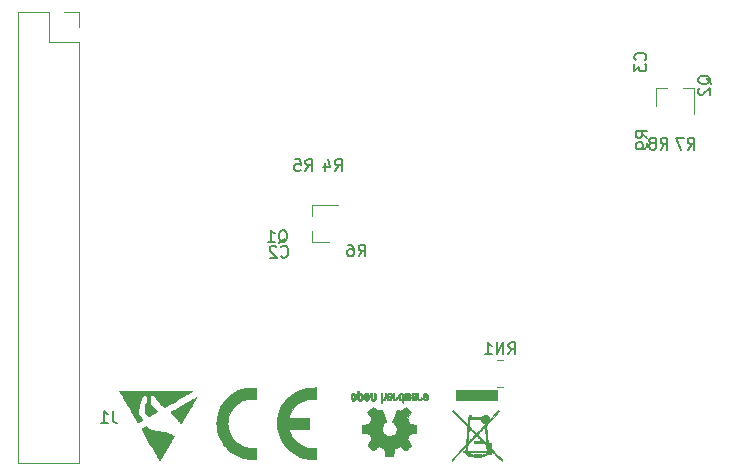
<source format=gbr>
G04 #@! TF.GenerationSoftware,KiCad,Pcbnew,5.1.2+dfsg1-1*
G04 #@! TF.CreationDate,2019-08-07T20:01:01+08:00*
G04 #@! TF.ProjectId,LCD_MINI,4c43445f-4d49-44e4-992e-6b696361645f,rev?*
G04 #@! TF.SameCoordinates,Original*
G04 #@! TF.FileFunction,Legend,Bot*
G04 #@! TF.FilePolarity,Positive*
%FSLAX46Y46*%
G04 Gerber Fmt 4.6, Leading zero omitted, Abs format (unit mm)*
G04 Created by KiCad (PCBNEW 5.1.2+dfsg1-1) date 2019-08-07 20:01:01*
%MOMM*%
%LPD*%
G04 APERTURE LIST*
%ADD10C,0.010000*%
%ADD11C,0.120000*%
%ADD12C,0.150000*%
G04 APERTURE END LIST*
D10*
G36*
X153924430Y-114135152D02*
G01*
X153923811Y-114048069D01*
X153472086Y-113589109D01*
X153020361Y-113130148D01*
X153020032Y-112919529D01*
X153019703Y-112708911D01*
X152744610Y-112708911D01*
X152737522Y-112655470D01*
X152734838Y-112631112D01*
X152730313Y-112585241D01*
X152724191Y-112520595D01*
X152716712Y-112439909D01*
X152708119Y-112345919D01*
X152698654Y-112241363D01*
X152688558Y-112128975D01*
X152678074Y-112011493D01*
X152667444Y-111891652D01*
X152656909Y-111772189D01*
X152646713Y-111655841D01*
X152637095Y-111545343D01*
X152628300Y-111443431D01*
X152620568Y-111352842D01*
X152614142Y-111276313D01*
X152609263Y-111216579D01*
X152606175Y-111176376D01*
X152605117Y-111158441D01*
X152605118Y-111158356D01*
X152612827Y-111143965D01*
X152635981Y-111114252D01*
X152674895Y-111068869D01*
X152729884Y-111007471D01*
X152801264Y-110929712D01*
X152889349Y-110835246D01*
X152994454Y-110723728D01*
X153116895Y-110594812D01*
X153151310Y-110558713D01*
X153697137Y-109986584D01*
X153608881Y-109898564D01*
X153537485Y-109976242D01*
X153511366Y-110004314D01*
X153470566Y-110047726D01*
X153417777Y-110103634D01*
X153355691Y-110169192D01*
X153287000Y-110241559D01*
X153214396Y-110317888D01*
X153170960Y-110363476D01*
X153089416Y-110448881D01*
X153023504Y-110517290D01*
X152971544Y-110569947D01*
X152931855Y-110608095D01*
X152902757Y-110632980D01*
X152882569Y-110645844D01*
X152869610Y-110647932D01*
X152862200Y-110640487D01*
X152858658Y-110624754D01*
X152857303Y-110601977D01*
X152857121Y-110595761D01*
X152847703Y-110552939D01*
X152824497Y-110501181D01*
X152792136Y-110448672D01*
X152755252Y-110403597D01*
X152740493Y-110389672D01*
X152664767Y-110340953D01*
X152576308Y-110313694D01*
X152498100Y-110307227D01*
X152409468Y-110319424D01*
X152327612Y-110355187D01*
X152255164Y-110413278D01*
X152241797Y-110427738D01*
X152192918Y-110483267D01*
X151347326Y-110483267D01*
X151347326Y-110307227D01*
X151120990Y-110307227D01*
X151120990Y-110389469D01*
X151118150Y-110445614D01*
X151108607Y-110484584D01*
X151097009Y-110505781D01*
X151088723Y-110520948D01*
X151081627Y-110542938D01*
X151075252Y-110575013D01*
X151069128Y-110620431D01*
X151062784Y-110682452D01*
X151055750Y-110764338D01*
X151050934Y-110825254D01*
X151028839Y-111110657D01*
X150486435Y-110561195D01*
X150388363Y-110461772D01*
X150294216Y-110366185D01*
X150205715Y-110276190D01*
X150124580Y-110193543D01*
X150052531Y-110119999D01*
X149991288Y-110057316D01*
X149942573Y-110007248D01*
X149908104Y-109971552D01*
X149889621Y-109952005D01*
X149859257Y-109921056D01*
X149833929Y-109899470D01*
X149820305Y-109892277D01*
X149802905Y-109900703D01*
X149777540Y-109921755D01*
X149768942Y-109930329D01*
X149732486Y-109968380D01*
X149933198Y-110172342D01*
X149984404Y-110224301D01*
X150050431Y-110291180D01*
X150128382Y-110370050D01*
X150215362Y-110457986D01*
X150308474Y-110552059D01*
X150404821Y-110649342D01*
X150501508Y-110746907D01*
X150570866Y-110816855D01*
X150676297Y-110923450D01*
X150764871Y-111013693D01*
X150837719Y-111088808D01*
X150895977Y-111150014D01*
X150940775Y-111198534D01*
X150962979Y-111223871D01*
X151141276Y-111223871D01*
X151163599Y-110938445D01*
X151170331Y-110854781D01*
X151176843Y-110778273D01*
X151182766Y-110712919D01*
X151187732Y-110662719D01*
X151191371Y-110631671D01*
X151192542Y-110624727D01*
X151199162Y-110596435D01*
X152148636Y-110596435D01*
X152154974Y-110675394D01*
X152174110Y-110768685D01*
X152214154Y-110851209D01*
X152272582Y-110919962D01*
X152346871Y-110971937D01*
X152430252Y-111003137D01*
X152457302Y-111017772D01*
X152470844Y-111049181D01*
X152471128Y-111050566D01*
X152472753Y-111063826D01*
X152470744Y-111077405D01*
X152463142Y-111093819D01*
X152447984Y-111115589D01*
X152423312Y-111145233D01*
X152387164Y-111185268D01*
X152337580Y-111238215D01*
X152272599Y-111306591D01*
X152268401Y-111310995D01*
X152198507Y-111384389D01*
X152124200Y-111462563D01*
X152050586Y-111540136D01*
X151982771Y-111611725D01*
X151925860Y-111671949D01*
X151913168Y-111685413D01*
X151864513Y-111736180D01*
X151821291Y-111779625D01*
X151786605Y-111812759D01*
X151763556Y-111832595D01*
X151755818Y-111836954D01*
X151744278Y-111827830D01*
X151717290Y-111802800D01*
X151676979Y-111763948D01*
X151625471Y-111713357D01*
X151564891Y-111653112D01*
X151497364Y-111585296D01*
X151442174Y-111529435D01*
X151141276Y-111223871D01*
X150962979Y-111223871D01*
X150973249Y-111235589D01*
X150994529Y-111262401D01*
X151005749Y-111280192D01*
X151008246Y-111288430D01*
X151007300Y-111306410D01*
X151004427Y-111347108D01*
X150999813Y-111408181D01*
X150993642Y-111487287D01*
X150986102Y-111582086D01*
X150977379Y-111690233D01*
X150967657Y-111809388D01*
X150957124Y-111937209D01*
X150948635Y-112039365D01*
X150900604Y-112615326D01*
X151024195Y-112615326D01*
X151024727Y-112602896D01*
X151027231Y-112567890D01*
X151031504Y-112512785D01*
X151037347Y-112440057D01*
X151044557Y-112352186D01*
X151052934Y-112251649D01*
X151062277Y-112140923D01*
X151071242Y-112035795D01*
X151081398Y-111916517D01*
X151090858Y-111803920D01*
X151099404Y-111700695D01*
X151106821Y-111609527D01*
X151112892Y-111533105D01*
X151117399Y-111474117D01*
X151120127Y-111435251D01*
X151120884Y-111420156D01*
X151122065Y-111410762D01*
X151126744Y-111407034D01*
X151136724Y-111410529D01*
X151153810Y-111422801D01*
X151179804Y-111445406D01*
X151216510Y-111479900D01*
X151265733Y-111527838D01*
X151329274Y-111590776D01*
X151396695Y-111658032D01*
X151672399Y-111933523D01*
X151670467Y-111935594D01*
X151852710Y-111935594D01*
X151861016Y-111924220D01*
X151884267Y-111897437D01*
X151920135Y-111857708D01*
X151966287Y-111807493D01*
X152020394Y-111749254D01*
X152080126Y-111685453D01*
X152143152Y-111618551D01*
X152207142Y-111551010D01*
X152269764Y-111485290D01*
X152328690Y-111423854D01*
X152381588Y-111369163D01*
X152426128Y-111323678D01*
X152459980Y-111289862D01*
X152480812Y-111270174D01*
X152486494Y-111266163D01*
X152488366Y-111279109D01*
X152492254Y-111314866D01*
X152497943Y-111371196D01*
X152505219Y-111445860D01*
X152513869Y-111536620D01*
X152523678Y-111641238D01*
X152534434Y-111757474D01*
X152545921Y-111883092D01*
X152555093Y-111984382D01*
X152566826Y-112115721D01*
X152577665Y-112239448D01*
X152587430Y-112353319D01*
X152595937Y-112455089D01*
X152603005Y-112542513D01*
X152608451Y-112613347D01*
X152612092Y-112665347D01*
X152613747Y-112696268D01*
X152613558Y-112704297D01*
X152603666Y-112697146D01*
X152578476Y-112674159D01*
X152540190Y-112637561D01*
X152491011Y-112589578D01*
X152433139Y-112532434D01*
X152368778Y-112468353D01*
X152300129Y-112399562D01*
X152229395Y-112328284D01*
X152158778Y-112256745D01*
X152090480Y-112187170D01*
X152026704Y-112121783D01*
X151969650Y-112062809D01*
X151921522Y-112012473D01*
X151884522Y-111973001D01*
X151860852Y-111946617D01*
X151852710Y-111935594D01*
X151670467Y-111935594D01*
X151569591Y-112043705D01*
X151517232Y-112099623D01*
X151458465Y-112162052D01*
X151395615Y-112228557D01*
X151331005Y-112296702D01*
X151266958Y-112364052D01*
X151205797Y-112428172D01*
X151149847Y-112486628D01*
X151101430Y-112536982D01*
X151062870Y-112576802D01*
X151036491Y-112603650D01*
X151024616Y-112615092D01*
X151024195Y-112615326D01*
X150900604Y-112615326D01*
X150888599Y-112759274D01*
X150288062Y-113390842D01*
X149687525Y-114022411D01*
X149687966Y-114110685D01*
X149688408Y-114198960D01*
X149785417Y-114095334D01*
X149839709Y-114037537D01*
X149903808Y-113969632D01*
X149975984Y-113893428D01*
X150054508Y-113810731D01*
X150137651Y-113723347D01*
X150223681Y-113633085D01*
X150310870Y-113541750D01*
X150397487Y-113451151D01*
X150481803Y-113363093D01*
X150562088Y-113279385D01*
X150636613Y-113201833D01*
X150703646Y-113132243D01*
X150761459Y-113072424D01*
X150808321Y-113024182D01*
X150842504Y-112989324D01*
X150862276Y-112969657D01*
X150866610Y-112965884D01*
X150866908Y-112979008D01*
X150865269Y-113012611D01*
X150861977Y-113062120D01*
X150857318Y-113122963D01*
X150855318Y-113147268D01*
X150840423Y-113325049D01*
X150957045Y-113325049D01*
X150963066Y-113296757D01*
X150966137Y-113274382D01*
X150970452Y-113232283D01*
X150975512Y-113175822D01*
X150980819Y-113110365D01*
X150982656Y-113086138D01*
X150988073Y-113016579D01*
X150993541Y-112951982D01*
X150998512Y-112898452D01*
X151002439Y-112862090D01*
X151003325Y-112855491D01*
X151006666Y-112841944D01*
X151013899Y-112826086D01*
X151026560Y-112806139D01*
X151046189Y-112780327D01*
X151074322Y-112746871D01*
X151112498Y-112703993D01*
X151162254Y-112649917D01*
X151225129Y-112582864D01*
X151302659Y-112501057D01*
X151381749Y-112418050D01*
X151460436Y-112335906D01*
X151533888Y-112259831D01*
X151600276Y-112191675D01*
X151657773Y-112133288D01*
X151704549Y-112086519D01*
X151738776Y-112053218D01*
X151758627Y-112035233D01*
X151762860Y-112032558D01*
X151773997Y-112042259D01*
X151800029Y-112067559D01*
X151838430Y-112105918D01*
X151886672Y-112154800D01*
X151942230Y-112211666D01*
X151982408Y-112253094D01*
X152192169Y-112470000D01*
X151573663Y-112470000D01*
X151573663Y-112708911D01*
X152328119Y-112708911D01*
X152328119Y-112602458D01*
X152466435Y-112740346D01*
X152564553Y-112838160D01*
X152755643Y-112838160D01*
X152757471Y-112822730D01*
X152766723Y-112814133D01*
X152789050Y-112810387D01*
X152830105Y-112809511D01*
X152837376Y-112809505D01*
X152919109Y-112809505D01*
X152919109Y-113028828D01*
X152837376Y-112947821D01*
X152791270Y-112898572D01*
X152763694Y-112860841D01*
X152755643Y-112838160D01*
X152564553Y-112838160D01*
X152604752Y-112878234D01*
X152604752Y-113001048D01*
X152605137Y-113057550D01*
X152606900Y-113093495D01*
X152610950Y-113113470D01*
X152618199Y-113122063D01*
X152629130Y-113123861D01*
X152641288Y-113126502D01*
X152650273Y-113137088D01*
X152657174Y-113159619D01*
X152663076Y-113198091D01*
X152669065Y-113256502D01*
X152670987Y-113277896D01*
X152675148Y-113325049D01*
X150957045Y-113325049D01*
X150840423Y-113325049D01*
X150680891Y-113325049D01*
X150680891Y-113438218D01*
X150748686Y-113438218D01*
X150788338Y-113439304D01*
X150809884Y-113444546D01*
X150812520Y-113447666D01*
X150951384Y-113447666D01*
X150958692Y-113440538D01*
X150984007Y-113438338D01*
X151001092Y-113438218D01*
X151058119Y-113438218D01*
X151270779Y-113438218D01*
X152685302Y-113438218D01*
X152637458Y-113487214D01*
X152563150Y-113547676D01*
X152471184Y-113594309D01*
X152360002Y-113627751D01*
X152249529Y-113646247D01*
X152177227Y-113654878D01*
X152177227Y-113563960D01*
X151598812Y-113563960D01*
X151598812Y-113667107D01*
X151513935Y-113658504D01*
X151454632Y-113651244D01*
X151391449Y-113641621D01*
X151353614Y-113634748D01*
X151278168Y-113619593D01*
X151274474Y-113528905D01*
X151270779Y-113438218D01*
X151058119Y-113438218D01*
X151058119Y-113488515D01*
X151056456Y-113520024D01*
X151052303Y-113537537D01*
X151050629Y-113538812D01*
X151032013Y-113530746D01*
X151004817Y-113511180D01*
X150977552Y-113487056D01*
X150958733Y-113465318D01*
X150957057Y-113462492D01*
X150951384Y-113447666D01*
X150812520Y-113447666D01*
X150820338Y-113456919D01*
X150824558Y-113470396D01*
X150841781Y-113505373D01*
X150874862Y-113547421D01*
X150918107Y-113590644D01*
X150965826Y-113629146D01*
X150997170Y-113649199D01*
X151032877Y-113671149D01*
X151051181Y-113689589D01*
X151057612Y-113711332D01*
X151058106Y-113724282D01*
X151058106Y-113727425D01*
X151699406Y-113727425D01*
X151699406Y-113664554D01*
X152076633Y-113664554D01*
X152076633Y-113727425D01*
X151699406Y-113727425D01*
X151058106Y-113727425D01*
X151058119Y-113765148D01*
X151163952Y-113765148D01*
X151212645Y-113763971D01*
X151250595Y-113760835D01*
X151271692Y-113756329D01*
X151273977Y-113754505D01*
X151287359Y-113751705D01*
X151319926Y-113752852D01*
X151366084Y-113757607D01*
X151397624Y-113761997D01*
X151454812Y-113770622D01*
X151507114Y-113778409D01*
X151546418Y-113784153D01*
X151557945Y-113785785D01*
X151588063Y-113795112D01*
X151598812Y-113809728D01*
X151602080Y-113815680D01*
X151613770Y-113820222D01*
X151636712Y-113823530D01*
X151673735Y-113825785D01*
X151727668Y-113827166D01*
X151801340Y-113827850D01*
X151888020Y-113828020D01*
X151980529Y-113827923D01*
X152050906Y-113827470D01*
X152102164Y-113826410D01*
X152137320Y-113824497D01*
X152159389Y-113821481D01*
X152171385Y-113817115D01*
X152176324Y-113811151D01*
X152177227Y-113804216D01*
X152184921Y-113782205D01*
X152210121Y-113769679D01*
X152256009Y-113765212D01*
X152264264Y-113765148D01*
X152341973Y-113757132D01*
X152430233Y-113735064D01*
X152521085Y-113701916D01*
X152606570Y-113660661D01*
X152678726Y-113614269D01*
X152688072Y-113606918D01*
X152718533Y-113583002D01*
X152736572Y-113573424D01*
X152749169Y-113576520D01*
X152762100Y-113589296D01*
X152800293Y-113614322D01*
X152849998Y-113623929D01*
X152903524Y-113618933D01*
X152953178Y-113600149D01*
X152991267Y-113568394D01*
X152994025Y-113564703D01*
X153022526Y-113505425D01*
X153027828Y-113444066D01*
X153010518Y-113385573D01*
X152971180Y-113334896D01*
X152966370Y-113330711D01*
X152938440Y-113310833D01*
X152910102Y-113302079D01*
X152870263Y-113301447D01*
X152860311Y-113302008D01*
X152821332Y-113303438D01*
X152801254Y-113300161D01*
X152793985Y-113290272D01*
X152793240Y-113281039D01*
X152791716Y-113254256D01*
X152787935Y-113213975D01*
X152785218Y-113189876D01*
X152781277Y-113151599D01*
X152782916Y-113132004D01*
X152792421Y-113124842D01*
X152809351Y-113123861D01*
X152819392Y-113127099D01*
X152835590Y-113137580D01*
X152859145Y-113156452D01*
X152891257Y-113184865D01*
X152933128Y-113223965D01*
X152985957Y-113274903D01*
X153050945Y-113338827D01*
X153129291Y-113416886D01*
X153222197Y-113510228D01*
X153330863Y-113620002D01*
X153383231Y-113673048D01*
X153925049Y-114222233D01*
X153924430Y-114135152D01*
X153924430Y-114135152D01*
G37*
X153924430Y-114135152D02*
X153923811Y-114048069D01*
X153472086Y-113589109D01*
X153020361Y-113130148D01*
X153020032Y-112919529D01*
X153019703Y-112708911D01*
X152744610Y-112708911D01*
X152737522Y-112655470D01*
X152734838Y-112631112D01*
X152730313Y-112585241D01*
X152724191Y-112520595D01*
X152716712Y-112439909D01*
X152708119Y-112345919D01*
X152698654Y-112241363D01*
X152688558Y-112128975D01*
X152678074Y-112011493D01*
X152667444Y-111891652D01*
X152656909Y-111772189D01*
X152646713Y-111655841D01*
X152637095Y-111545343D01*
X152628300Y-111443431D01*
X152620568Y-111352842D01*
X152614142Y-111276313D01*
X152609263Y-111216579D01*
X152606175Y-111176376D01*
X152605117Y-111158441D01*
X152605118Y-111158356D01*
X152612827Y-111143965D01*
X152635981Y-111114252D01*
X152674895Y-111068869D01*
X152729884Y-111007471D01*
X152801264Y-110929712D01*
X152889349Y-110835246D01*
X152994454Y-110723728D01*
X153116895Y-110594812D01*
X153151310Y-110558713D01*
X153697137Y-109986584D01*
X153608881Y-109898564D01*
X153537485Y-109976242D01*
X153511366Y-110004314D01*
X153470566Y-110047726D01*
X153417777Y-110103634D01*
X153355691Y-110169192D01*
X153287000Y-110241559D01*
X153214396Y-110317888D01*
X153170960Y-110363476D01*
X153089416Y-110448881D01*
X153023504Y-110517290D01*
X152971544Y-110569947D01*
X152931855Y-110608095D01*
X152902757Y-110632980D01*
X152882569Y-110645844D01*
X152869610Y-110647932D01*
X152862200Y-110640487D01*
X152858658Y-110624754D01*
X152857303Y-110601977D01*
X152857121Y-110595761D01*
X152847703Y-110552939D01*
X152824497Y-110501181D01*
X152792136Y-110448672D01*
X152755252Y-110403597D01*
X152740493Y-110389672D01*
X152664767Y-110340953D01*
X152576308Y-110313694D01*
X152498100Y-110307227D01*
X152409468Y-110319424D01*
X152327612Y-110355187D01*
X152255164Y-110413278D01*
X152241797Y-110427738D01*
X152192918Y-110483267D01*
X151347326Y-110483267D01*
X151347326Y-110307227D01*
X151120990Y-110307227D01*
X151120990Y-110389469D01*
X151118150Y-110445614D01*
X151108607Y-110484584D01*
X151097009Y-110505781D01*
X151088723Y-110520948D01*
X151081627Y-110542938D01*
X151075252Y-110575013D01*
X151069128Y-110620431D01*
X151062784Y-110682452D01*
X151055750Y-110764338D01*
X151050934Y-110825254D01*
X151028839Y-111110657D01*
X150486435Y-110561195D01*
X150388363Y-110461772D01*
X150294216Y-110366185D01*
X150205715Y-110276190D01*
X150124580Y-110193543D01*
X150052531Y-110119999D01*
X149991288Y-110057316D01*
X149942573Y-110007248D01*
X149908104Y-109971552D01*
X149889621Y-109952005D01*
X149859257Y-109921056D01*
X149833929Y-109899470D01*
X149820305Y-109892277D01*
X149802905Y-109900703D01*
X149777540Y-109921755D01*
X149768942Y-109930329D01*
X149732486Y-109968380D01*
X149933198Y-110172342D01*
X149984404Y-110224301D01*
X150050431Y-110291180D01*
X150128382Y-110370050D01*
X150215362Y-110457986D01*
X150308474Y-110552059D01*
X150404821Y-110649342D01*
X150501508Y-110746907D01*
X150570866Y-110816855D01*
X150676297Y-110923450D01*
X150764871Y-111013693D01*
X150837719Y-111088808D01*
X150895977Y-111150014D01*
X150940775Y-111198534D01*
X150962979Y-111223871D01*
X151141276Y-111223871D01*
X151163599Y-110938445D01*
X151170331Y-110854781D01*
X151176843Y-110778273D01*
X151182766Y-110712919D01*
X151187732Y-110662719D01*
X151191371Y-110631671D01*
X151192542Y-110624727D01*
X151199162Y-110596435D01*
X152148636Y-110596435D01*
X152154974Y-110675394D01*
X152174110Y-110768685D01*
X152214154Y-110851209D01*
X152272582Y-110919962D01*
X152346871Y-110971937D01*
X152430252Y-111003137D01*
X152457302Y-111017772D01*
X152470844Y-111049181D01*
X152471128Y-111050566D01*
X152472753Y-111063826D01*
X152470744Y-111077405D01*
X152463142Y-111093819D01*
X152447984Y-111115589D01*
X152423312Y-111145233D01*
X152387164Y-111185268D01*
X152337580Y-111238215D01*
X152272599Y-111306591D01*
X152268401Y-111310995D01*
X152198507Y-111384389D01*
X152124200Y-111462563D01*
X152050586Y-111540136D01*
X151982771Y-111611725D01*
X151925860Y-111671949D01*
X151913168Y-111685413D01*
X151864513Y-111736180D01*
X151821291Y-111779625D01*
X151786605Y-111812759D01*
X151763556Y-111832595D01*
X151755818Y-111836954D01*
X151744278Y-111827830D01*
X151717290Y-111802800D01*
X151676979Y-111763948D01*
X151625471Y-111713357D01*
X151564891Y-111653112D01*
X151497364Y-111585296D01*
X151442174Y-111529435D01*
X151141276Y-111223871D01*
X150962979Y-111223871D01*
X150973249Y-111235589D01*
X150994529Y-111262401D01*
X151005749Y-111280192D01*
X151008246Y-111288430D01*
X151007300Y-111306410D01*
X151004427Y-111347108D01*
X150999813Y-111408181D01*
X150993642Y-111487287D01*
X150986102Y-111582086D01*
X150977379Y-111690233D01*
X150967657Y-111809388D01*
X150957124Y-111937209D01*
X150948635Y-112039365D01*
X150900604Y-112615326D01*
X151024195Y-112615326D01*
X151024727Y-112602896D01*
X151027231Y-112567890D01*
X151031504Y-112512785D01*
X151037347Y-112440057D01*
X151044557Y-112352186D01*
X151052934Y-112251649D01*
X151062277Y-112140923D01*
X151071242Y-112035795D01*
X151081398Y-111916517D01*
X151090858Y-111803920D01*
X151099404Y-111700695D01*
X151106821Y-111609527D01*
X151112892Y-111533105D01*
X151117399Y-111474117D01*
X151120127Y-111435251D01*
X151120884Y-111420156D01*
X151122065Y-111410762D01*
X151126744Y-111407034D01*
X151136724Y-111410529D01*
X151153810Y-111422801D01*
X151179804Y-111445406D01*
X151216510Y-111479900D01*
X151265733Y-111527838D01*
X151329274Y-111590776D01*
X151396695Y-111658032D01*
X151672399Y-111933523D01*
X151670467Y-111935594D01*
X151852710Y-111935594D01*
X151861016Y-111924220D01*
X151884267Y-111897437D01*
X151920135Y-111857708D01*
X151966287Y-111807493D01*
X152020394Y-111749254D01*
X152080126Y-111685453D01*
X152143152Y-111618551D01*
X152207142Y-111551010D01*
X152269764Y-111485290D01*
X152328690Y-111423854D01*
X152381588Y-111369163D01*
X152426128Y-111323678D01*
X152459980Y-111289862D01*
X152480812Y-111270174D01*
X152486494Y-111266163D01*
X152488366Y-111279109D01*
X152492254Y-111314866D01*
X152497943Y-111371196D01*
X152505219Y-111445860D01*
X152513869Y-111536620D01*
X152523678Y-111641238D01*
X152534434Y-111757474D01*
X152545921Y-111883092D01*
X152555093Y-111984382D01*
X152566826Y-112115721D01*
X152577665Y-112239448D01*
X152587430Y-112353319D01*
X152595937Y-112455089D01*
X152603005Y-112542513D01*
X152608451Y-112613347D01*
X152612092Y-112665347D01*
X152613747Y-112696268D01*
X152613558Y-112704297D01*
X152603666Y-112697146D01*
X152578476Y-112674159D01*
X152540190Y-112637561D01*
X152491011Y-112589578D01*
X152433139Y-112532434D01*
X152368778Y-112468353D01*
X152300129Y-112399562D01*
X152229395Y-112328284D01*
X152158778Y-112256745D01*
X152090480Y-112187170D01*
X152026704Y-112121783D01*
X151969650Y-112062809D01*
X151921522Y-112012473D01*
X151884522Y-111973001D01*
X151860852Y-111946617D01*
X151852710Y-111935594D01*
X151670467Y-111935594D01*
X151569591Y-112043705D01*
X151517232Y-112099623D01*
X151458465Y-112162052D01*
X151395615Y-112228557D01*
X151331005Y-112296702D01*
X151266958Y-112364052D01*
X151205797Y-112428172D01*
X151149847Y-112486628D01*
X151101430Y-112536982D01*
X151062870Y-112576802D01*
X151036491Y-112603650D01*
X151024616Y-112615092D01*
X151024195Y-112615326D01*
X150900604Y-112615326D01*
X150888599Y-112759274D01*
X150288062Y-113390842D01*
X149687525Y-114022411D01*
X149687966Y-114110685D01*
X149688408Y-114198960D01*
X149785417Y-114095334D01*
X149839709Y-114037537D01*
X149903808Y-113969632D01*
X149975984Y-113893428D01*
X150054508Y-113810731D01*
X150137651Y-113723347D01*
X150223681Y-113633085D01*
X150310870Y-113541750D01*
X150397487Y-113451151D01*
X150481803Y-113363093D01*
X150562088Y-113279385D01*
X150636613Y-113201833D01*
X150703646Y-113132243D01*
X150761459Y-113072424D01*
X150808321Y-113024182D01*
X150842504Y-112989324D01*
X150862276Y-112969657D01*
X150866610Y-112965884D01*
X150866908Y-112979008D01*
X150865269Y-113012611D01*
X150861977Y-113062120D01*
X150857318Y-113122963D01*
X150855318Y-113147268D01*
X150840423Y-113325049D01*
X150957045Y-113325049D01*
X150963066Y-113296757D01*
X150966137Y-113274382D01*
X150970452Y-113232283D01*
X150975512Y-113175822D01*
X150980819Y-113110365D01*
X150982656Y-113086138D01*
X150988073Y-113016579D01*
X150993541Y-112951982D01*
X150998512Y-112898452D01*
X151002439Y-112862090D01*
X151003325Y-112855491D01*
X151006666Y-112841944D01*
X151013899Y-112826086D01*
X151026560Y-112806139D01*
X151046189Y-112780327D01*
X151074322Y-112746871D01*
X151112498Y-112703993D01*
X151162254Y-112649917D01*
X151225129Y-112582864D01*
X151302659Y-112501057D01*
X151381749Y-112418050D01*
X151460436Y-112335906D01*
X151533888Y-112259831D01*
X151600276Y-112191675D01*
X151657773Y-112133288D01*
X151704549Y-112086519D01*
X151738776Y-112053218D01*
X151758627Y-112035233D01*
X151762860Y-112032558D01*
X151773997Y-112042259D01*
X151800029Y-112067559D01*
X151838430Y-112105918D01*
X151886672Y-112154800D01*
X151942230Y-112211666D01*
X151982408Y-112253094D01*
X152192169Y-112470000D01*
X151573663Y-112470000D01*
X151573663Y-112708911D01*
X152328119Y-112708911D01*
X152328119Y-112602458D01*
X152466435Y-112740346D01*
X152564553Y-112838160D01*
X152755643Y-112838160D01*
X152757471Y-112822730D01*
X152766723Y-112814133D01*
X152789050Y-112810387D01*
X152830105Y-112809511D01*
X152837376Y-112809505D01*
X152919109Y-112809505D01*
X152919109Y-113028828D01*
X152837376Y-112947821D01*
X152791270Y-112898572D01*
X152763694Y-112860841D01*
X152755643Y-112838160D01*
X152564553Y-112838160D01*
X152604752Y-112878234D01*
X152604752Y-113001048D01*
X152605137Y-113057550D01*
X152606900Y-113093495D01*
X152610950Y-113113470D01*
X152618199Y-113122063D01*
X152629130Y-113123861D01*
X152641288Y-113126502D01*
X152650273Y-113137088D01*
X152657174Y-113159619D01*
X152663076Y-113198091D01*
X152669065Y-113256502D01*
X152670987Y-113277896D01*
X152675148Y-113325049D01*
X150957045Y-113325049D01*
X150840423Y-113325049D01*
X150680891Y-113325049D01*
X150680891Y-113438218D01*
X150748686Y-113438218D01*
X150788338Y-113439304D01*
X150809884Y-113444546D01*
X150812520Y-113447666D01*
X150951384Y-113447666D01*
X150958692Y-113440538D01*
X150984007Y-113438338D01*
X151001092Y-113438218D01*
X151058119Y-113438218D01*
X151270779Y-113438218D01*
X152685302Y-113438218D01*
X152637458Y-113487214D01*
X152563150Y-113547676D01*
X152471184Y-113594309D01*
X152360002Y-113627751D01*
X152249529Y-113646247D01*
X152177227Y-113654878D01*
X152177227Y-113563960D01*
X151598812Y-113563960D01*
X151598812Y-113667107D01*
X151513935Y-113658504D01*
X151454632Y-113651244D01*
X151391449Y-113641621D01*
X151353614Y-113634748D01*
X151278168Y-113619593D01*
X151274474Y-113528905D01*
X151270779Y-113438218D01*
X151058119Y-113438218D01*
X151058119Y-113488515D01*
X151056456Y-113520024D01*
X151052303Y-113537537D01*
X151050629Y-113538812D01*
X151032013Y-113530746D01*
X151004817Y-113511180D01*
X150977552Y-113487056D01*
X150958733Y-113465318D01*
X150957057Y-113462492D01*
X150951384Y-113447666D01*
X150812520Y-113447666D01*
X150820338Y-113456919D01*
X150824558Y-113470396D01*
X150841781Y-113505373D01*
X150874862Y-113547421D01*
X150918107Y-113590644D01*
X150965826Y-113629146D01*
X150997170Y-113649199D01*
X151032877Y-113671149D01*
X151051181Y-113689589D01*
X151057612Y-113711332D01*
X151058106Y-113724282D01*
X151058106Y-113727425D01*
X151699406Y-113727425D01*
X151699406Y-113664554D01*
X152076633Y-113664554D01*
X152076633Y-113727425D01*
X151699406Y-113727425D01*
X151058106Y-113727425D01*
X151058119Y-113765148D01*
X151163952Y-113765148D01*
X151212645Y-113763971D01*
X151250595Y-113760835D01*
X151271692Y-113756329D01*
X151273977Y-113754505D01*
X151287359Y-113751705D01*
X151319926Y-113752852D01*
X151366084Y-113757607D01*
X151397624Y-113761997D01*
X151454812Y-113770622D01*
X151507114Y-113778409D01*
X151546418Y-113784153D01*
X151557945Y-113785785D01*
X151588063Y-113795112D01*
X151598812Y-113809728D01*
X151602080Y-113815680D01*
X151613770Y-113820222D01*
X151636712Y-113823530D01*
X151673735Y-113825785D01*
X151727668Y-113827166D01*
X151801340Y-113827850D01*
X151888020Y-113828020D01*
X151980529Y-113827923D01*
X152050906Y-113827470D01*
X152102164Y-113826410D01*
X152137320Y-113824497D01*
X152159389Y-113821481D01*
X152171385Y-113817115D01*
X152176324Y-113811151D01*
X152177227Y-113804216D01*
X152184921Y-113782205D01*
X152210121Y-113769679D01*
X152256009Y-113765212D01*
X152264264Y-113765148D01*
X152341973Y-113757132D01*
X152430233Y-113735064D01*
X152521085Y-113701916D01*
X152606570Y-113660661D01*
X152678726Y-113614269D01*
X152688072Y-113606918D01*
X152718533Y-113583002D01*
X152736572Y-113573424D01*
X152749169Y-113576520D01*
X152762100Y-113589296D01*
X152800293Y-113614322D01*
X152849998Y-113623929D01*
X152903524Y-113618933D01*
X152953178Y-113600149D01*
X152991267Y-113568394D01*
X152994025Y-113564703D01*
X153022526Y-113505425D01*
X153027828Y-113444066D01*
X153010518Y-113385573D01*
X152971180Y-113334896D01*
X152966370Y-113330711D01*
X152938440Y-113310833D01*
X152910102Y-113302079D01*
X152870263Y-113301447D01*
X152860311Y-113302008D01*
X152821332Y-113303438D01*
X152801254Y-113300161D01*
X152793985Y-113290272D01*
X152793240Y-113281039D01*
X152791716Y-113254256D01*
X152787935Y-113213975D01*
X152785218Y-113189876D01*
X152781277Y-113151599D01*
X152782916Y-113132004D01*
X152792421Y-113124842D01*
X152809351Y-113123861D01*
X152819392Y-113127099D01*
X152835590Y-113137580D01*
X152859145Y-113156452D01*
X152891257Y-113184865D01*
X152933128Y-113223965D01*
X152985957Y-113274903D01*
X153050945Y-113338827D01*
X153129291Y-113416886D01*
X153222197Y-113510228D01*
X153330863Y-113620002D01*
X153383231Y-113673048D01*
X153925049Y-114222233D01*
X153924430Y-114135152D01*
G36*
X153547822Y-108182178D02*
G01*
X150027029Y-108182178D01*
X150027029Y-109049802D01*
X153547822Y-109049802D01*
X153547822Y-108182178D01*
X153547822Y-108182178D01*
G37*
X153547822Y-108182178D02*
X150027029Y-108182178D01*
X150027029Y-109049802D01*
X153547822Y-109049802D01*
X153547822Y-108182178D01*
G36*
X144503910Y-113757652D02*
G01*
X144582454Y-113757222D01*
X144639298Y-113756058D01*
X144678105Y-113753793D01*
X144702538Y-113750060D01*
X144716262Y-113744494D01*
X144722940Y-113736727D01*
X144726236Y-113726395D01*
X144726556Y-113725057D01*
X144731562Y-113700921D01*
X144740829Y-113653299D01*
X144753392Y-113587259D01*
X144768287Y-113507872D01*
X144784551Y-113420204D01*
X144785119Y-113417125D01*
X144801410Y-113331211D01*
X144816652Y-113255304D01*
X144829861Y-113193955D01*
X144840054Y-113151718D01*
X144846248Y-113133145D01*
X144846543Y-113132816D01*
X144864788Y-113123747D01*
X144902405Y-113108633D01*
X144951271Y-113090738D01*
X144951543Y-113090642D01*
X145013093Y-113067507D01*
X145085657Y-113038035D01*
X145154057Y-113008403D01*
X145157294Y-113006938D01*
X145268702Y-112956374D01*
X145515399Y-113124840D01*
X145591077Y-113176197D01*
X145659631Y-113222111D01*
X145717088Y-113259970D01*
X145759476Y-113287163D01*
X145782825Y-113301079D01*
X145785042Y-113302111D01*
X145802010Y-113297516D01*
X145833701Y-113275345D01*
X145881352Y-113234553D01*
X145946198Y-113174095D01*
X146012397Y-113109773D01*
X146076214Y-113046388D01*
X146133329Y-112988549D01*
X146180305Y-112939825D01*
X146213703Y-112903790D01*
X146230085Y-112884016D01*
X146230694Y-112882998D01*
X146232505Y-112869428D01*
X146225683Y-112847267D01*
X146208540Y-112813522D01*
X146179393Y-112765200D01*
X146136555Y-112699308D01*
X146079448Y-112614483D01*
X146028766Y-112539823D01*
X145983461Y-112472860D01*
X145946150Y-112417484D01*
X145919452Y-112377580D01*
X145905985Y-112357038D01*
X145905137Y-112355644D01*
X145906781Y-112335962D01*
X145919245Y-112297707D01*
X145940048Y-112248111D01*
X145947462Y-112232272D01*
X145979814Y-112161710D01*
X146014328Y-112081647D01*
X146042365Y-112012371D01*
X146062568Y-111960955D01*
X146078615Y-111921881D01*
X146087888Y-111901459D01*
X146089041Y-111899886D01*
X146106096Y-111897279D01*
X146146298Y-111890137D01*
X146204302Y-111879477D01*
X146274763Y-111866315D01*
X146352335Y-111851667D01*
X146431672Y-111836551D01*
X146507431Y-111821982D01*
X146574264Y-111808978D01*
X146626828Y-111798555D01*
X146659776Y-111791730D01*
X146667857Y-111789801D01*
X146676205Y-111785038D01*
X146682506Y-111774282D01*
X146687045Y-111753902D01*
X146690104Y-111720266D01*
X146691967Y-111669745D01*
X146692918Y-111598708D01*
X146693240Y-111503524D01*
X146693257Y-111464508D01*
X146693257Y-111147201D01*
X146617057Y-111132161D01*
X146574663Y-111124005D01*
X146511400Y-111112101D01*
X146434962Y-111097884D01*
X146353043Y-111082790D01*
X146330400Y-111078645D01*
X146254806Y-111063947D01*
X146188953Y-111049495D01*
X146138366Y-111036625D01*
X146108574Y-111026678D01*
X146103612Y-111023713D01*
X146091426Y-111002717D01*
X146073953Y-110962033D01*
X146054577Y-110909678D01*
X146050734Y-110898400D01*
X146025339Y-110828477D01*
X145993817Y-110749582D01*
X145962969Y-110678734D01*
X145962817Y-110678405D01*
X145911447Y-110567267D01*
X146080399Y-110318747D01*
X146249352Y-110070228D01*
X146032429Y-109852942D01*
X145966819Y-109788274D01*
X145906979Y-109731267D01*
X145856267Y-109684967D01*
X145818046Y-109652416D01*
X145795675Y-109636657D01*
X145792466Y-109635657D01*
X145773626Y-109643531D01*
X145735180Y-109665422D01*
X145681330Y-109698733D01*
X145616276Y-109740869D01*
X145545940Y-109788057D01*
X145474555Y-109836190D01*
X145410908Y-109878072D01*
X145359041Y-109911129D01*
X145322995Y-109932782D01*
X145306867Y-109940457D01*
X145287189Y-109933963D01*
X145249875Y-109916850D01*
X145202621Y-109892674D01*
X145197612Y-109889987D01*
X145133977Y-109858073D01*
X145090341Y-109842421D01*
X145063202Y-109842255D01*
X145049057Y-109856796D01*
X145048975Y-109857000D01*
X145041905Y-109874221D01*
X145025042Y-109915101D01*
X144999695Y-109976475D01*
X144967171Y-110055181D01*
X144928778Y-110148053D01*
X144885822Y-110251928D01*
X144844222Y-110352498D01*
X144798504Y-110463484D01*
X144756526Y-110566297D01*
X144719548Y-110657785D01*
X144688827Y-110734799D01*
X144665622Y-110794185D01*
X144651190Y-110832791D01*
X144646743Y-110847200D01*
X144657896Y-110863728D01*
X144687069Y-110890070D01*
X144725971Y-110919113D01*
X144836757Y-111010961D01*
X144923351Y-111116241D01*
X144984716Y-111232734D01*
X145019815Y-111358224D01*
X145027608Y-111490493D01*
X145021943Y-111551543D01*
X144991078Y-111678205D01*
X144937920Y-111790059D01*
X144865767Y-111885999D01*
X144777917Y-111964924D01*
X144677665Y-112025730D01*
X144568310Y-112067313D01*
X144453147Y-112088572D01*
X144335475Y-112088401D01*
X144218590Y-112065699D01*
X144105789Y-112019362D01*
X144000369Y-111948287D01*
X143956368Y-111908089D01*
X143871979Y-111804871D01*
X143813222Y-111692075D01*
X143779704Y-111572990D01*
X143771035Y-111450905D01*
X143786823Y-111329107D01*
X143826678Y-111210884D01*
X143890207Y-111099525D01*
X143977021Y-110998316D01*
X144074029Y-110919113D01*
X144114437Y-110888838D01*
X144142982Y-110862781D01*
X144153257Y-110847175D01*
X144147877Y-110830157D01*
X144132575Y-110789500D01*
X144108612Y-110728358D01*
X144077244Y-110649881D01*
X144039732Y-110557220D01*
X143997333Y-110453528D01*
X143955663Y-110352474D01*
X143909690Y-110241393D01*
X143867107Y-110138459D01*
X143829221Y-110046835D01*
X143797340Y-109969684D01*
X143772771Y-109910169D01*
X143756820Y-109871456D01*
X143750910Y-109857000D01*
X143736948Y-109842315D01*
X143709940Y-109842358D01*
X143666413Y-109857901D01*
X143602890Y-109889716D01*
X143602388Y-109889987D01*
X143554560Y-109914677D01*
X143515897Y-109932662D01*
X143494095Y-109940386D01*
X143493133Y-109940457D01*
X143476721Y-109932622D01*
X143440487Y-109910835D01*
X143388474Y-109877672D01*
X143324725Y-109835709D01*
X143254060Y-109788057D01*
X143182116Y-109739809D01*
X143117274Y-109697849D01*
X143063735Y-109664773D01*
X143025697Y-109643179D01*
X143007533Y-109635657D01*
X142990808Y-109645543D01*
X142957180Y-109673174D01*
X142910010Y-109715505D01*
X142852658Y-109769495D01*
X142788484Y-109832101D01*
X142767497Y-109853017D01*
X142550499Y-110070377D01*
X142715668Y-110312780D01*
X142765864Y-110387219D01*
X142809919Y-110454028D01*
X142845362Y-110509335D01*
X142869719Y-110549271D01*
X142880522Y-110569964D01*
X142880838Y-110571437D01*
X142875143Y-110590942D01*
X142859826Y-110630178D01*
X142837537Y-110682570D01*
X142821893Y-110717645D01*
X142792641Y-110784799D01*
X142765094Y-110852642D01*
X142743737Y-110909966D01*
X142737935Y-110927428D01*
X142721452Y-110974062D01*
X142705340Y-111010095D01*
X142696490Y-111023713D01*
X142676960Y-111032048D01*
X142634334Y-111043863D01*
X142574145Y-111057819D01*
X142501922Y-111072578D01*
X142469600Y-111078645D01*
X142387522Y-111093727D01*
X142308795Y-111108331D01*
X142241109Y-111121020D01*
X142192160Y-111130358D01*
X142182943Y-111132161D01*
X142106743Y-111147201D01*
X142106743Y-111464508D01*
X142106914Y-111568846D01*
X142107616Y-111647787D01*
X142109134Y-111704962D01*
X142111749Y-111744001D01*
X142115746Y-111768535D01*
X142121409Y-111782195D01*
X142129020Y-111788611D01*
X142132143Y-111789801D01*
X142150978Y-111794020D01*
X142192588Y-111802438D01*
X142251630Y-111814039D01*
X142322757Y-111827805D01*
X142400625Y-111842720D01*
X142479887Y-111857768D01*
X142555198Y-111871931D01*
X142621213Y-111884194D01*
X142672587Y-111893539D01*
X142703975Y-111898950D01*
X142710959Y-111899886D01*
X142717285Y-111912404D01*
X142731290Y-111945754D01*
X142750355Y-111993623D01*
X142757634Y-112012371D01*
X142786996Y-112084805D01*
X142821571Y-112164830D01*
X142852537Y-112232272D01*
X142875323Y-112283841D01*
X142890482Y-112326215D01*
X142895542Y-112352166D01*
X142894736Y-112355644D01*
X142884041Y-112372064D01*
X142859620Y-112408583D01*
X142824095Y-112461313D01*
X142780087Y-112526365D01*
X142730217Y-112599849D01*
X142720356Y-112614355D01*
X142662492Y-112700296D01*
X142619956Y-112765739D01*
X142591054Y-112813696D01*
X142574090Y-112847180D01*
X142567367Y-112869205D01*
X142569190Y-112882783D01*
X142569236Y-112882869D01*
X142583586Y-112900703D01*
X142615323Y-112935183D01*
X142661010Y-112982732D01*
X142717204Y-113039778D01*
X142780468Y-113102745D01*
X142787602Y-113109773D01*
X142867330Y-113186980D01*
X142928857Y-113243670D01*
X142973421Y-113280890D01*
X143002257Y-113299685D01*
X143014958Y-113302111D01*
X143033494Y-113291529D01*
X143071961Y-113267084D01*
X143126386Y-113231388D01*
X143192798Y-113187053D01*
X143267225Y-113136689D01*
X143284601Y-113124840D01*
X143531297Y-112956374D01*
X143642706Y-113006938D01*
X143710457Y-113036405D01*
X143783183Y-113066041D01*
X143845703Y-113089670D01*
X143848457Y-113090642D01*
X143897360Y-113108543D01*
X143935057Y-113123680D01*
X143953425Y-113132790D01*
X143953456Y-113132816D01*
X143959285Y-113149283D01*
X143969192Y-113189781D01*
X143982195Y-113249758D01*
X143997309Y-113324660D01*
X144013552Y-113409936D01*
X144014881Y-113417125D01*
X144031175Y-113504986D01*
X144046133Y-113584740D01*
X144058791Y-113651319D01*
X144068186Y-113699653D01*
X144073354Y-113724675D01*
X144073444Y-113725057D01*
X144076589Y-113735701D01*
X144082704Y-113743738D01*
X144095453Y-113749533D01*
X144118500Y-113753453D01*
X144155509Y-113755865D01*
X144210144Y-113757135D01*
X144286067Y-113757629D01*
X144386944Y-113757714D01*
X144400000Y-113757714D01*
X144503910Y-113757652D01*
X144503910Y-113757652D01*
G37*
X144503910Y-113757652D02*
X144582454Y-113757222D01*
X144639298Y-113756058D01*
X144678105Y-113753793D01*
X144702538Y-113750060D01*
X144716262Y-113744494D01*
X144722940Y-113736727D01*
X144726236Y-113726395D01*
X144726556Y-113725057D01*
X144731562Y-113700921D01*
X144740829Y-113653299D01*
X144753392Y-113587259D01*
X144768287Y-113507872D01*
X144784551Y-113420204D01*
X144785119Y-113417125D01*
X144801410Y-113331211D01*
X144816652Y-113255304D01*
X144829861Y-113193955D01*
X144840054Y-113151718D01*
X144846248Y-113133145D01*
X144846543Y-113132816D01*
X144864788Y-113123747D01*
X144902405Y-113108633D01*
X144951271Y-113090738D01*
X144951543Y-113090642D01*
X145013093Y-113067507D01*
X145085657Y-113038035D01*
X145154057Y-113008403D01*
X145157294Y-113006938D01*
X145268702Y-112956374D01*
X145515399Y-113124840D01*
X145591077Y-113176197D01*
X145659631Y-113222111D01*
X145717088Y-113259970D01*
X145759476Y-113287163D01*
X145782825Y-113301079D01*
X145785042Y-113302111D01*
X145802010Y-113297516D01*
X145833701Y-113275345D01*
X145881352Y-113234553D01*
X145946198Y-113174095D01*
X146012397Y-113109773D01*
X146076214Y-113046388D01*
X146133329Y-112988549D01*
X146180305Y-112939825D01*
X146213703Y-112903790D01*
X146230085Y-112884016D01*
X146230694Y-112882998D01*
X146232505Y-112869428D01*
X146225683Y-112847267D01*
X146208540Y-112813522D01*
X146179393Y-112765200D01*
X146136555Y-112699308D01*
X146079448Y-112614483D01*
X146028766Y-112539823D01*
X145983461Y-112472860D01*
X145946150Y-112417484D01*
X145919452Y-112377580D01*
X145905985Y-112357038D01*
X145905137Y-112355644D01*
X145906781Y-112335962D01*
X145919245Y-112297707D01*
X145940048Y-112248111D01*
X145947462Y-112232272D01*
X145979814Y-112161710D01*
X146014328Y-112081647D01*
X146042365Y-112012371D01*
X146062568Y-111960955D01*
X146078615Y-111921881D01*
X146087888Y-111901459D01*
X146089041Y-111899886D01*
X146106096Y-111897279D01*
X146146298Y-111890137D01*
X146204302Y-111879477D01*
X146274763Y-111866315D01*
X146352335Y-111851667D01*
X146431672Y-111836551D01*
X146507431Y-111821982D01*
X146574264Y-111808978D01*
X146626828Y-111798555D01*
X146659776Y-111791730D01*
X146667857Y-111789801D01*
X146676205Y-111785038D01*
X146682506Y-111774282D01*
X146687045Y-111753902D01*
X146690104Y-111720266D01*
X146691967Y-111669745D01*
X146692918Y-111598708D01*
X146693240Y-111503524D01*
X146693257Y-111464508D01*
X146693257Y-111147201D01*
X146617057Y-111132161D01*
X146574663Y-111124005D01*
X146511400Y-111112101D01*
X146434962Y-111097884D01*
X146353043Y-111082790D01*
X146330400Y-111078645D01*
X146254806Y-111063947D01*
X146188953Y-111049495D01*
X146138366Y-111036625D01*
X146108574Y-111026678D01*
X146103612Y-111023713D01*
X146091426Y-111002717D01*
X146073953Y-110962033D01*
X146054577Y-110909678D01*
X146050734Y-110898400D01*
X146025339Y-110828477D01*
X145993817Y-110749582D01*
X145962969Y-110678734D01*
X145962817Y-110678405D01*
X145911447Y-110567267D01*
X146080399Y-110318747D01*
X146249352Y-110070228D01*
X146032429Y-109852942D01*
X145966819Y-109788274D01*
X145906979Y-109731267D01*
X145856267Y-109684967D01*
X145818046Y-109652416D01*
X145795675Y-109636657D01*
X145792466Y-109635657D01*
X145773626Y-109643531D01*
X145735180Y-109665422D01*
X145681330Y-109698733D01*
X145616276Y-109740869D01*
X145545940Y-109788057D01*
X145474555Y-109836190D01*
X145410908Y-109878072D01*
X145359041Y-109911129D01*
X145322995Y-109932782D01*
X145306867Y-109940457D01*
X145287189Y-109933963D01*
X145249875Y-109916850D01*
X145202621Y-109892674D01*
X145197612Y-109889987D01*
X145133977Y-109858073D01*
X145090341Y-109842421D01*
X145063202Y-109842255D01*
X145049057Y-109856796D01*
X145048975Y-109857000D01*
X145041905Y-109874221D01*
X145025042Y-109915101D01*
X144999695Y-109976475D01*
X144967171Y-110055181D01*
X144928778Y-110148053D01*
X144885822Y-110251928D01*
X144844222Y-110352498D01*
X144798504Y-110463484D01*
X144756526Y-110566297D01*
X144719548Y-110657785D01*
X144688827Y-110734799D01*
X144665622Y-110794185D01*
X144651190Y-110832791D01*
X144646743Y-110847200D01*
X144657896Y-110863728D01*
X144687069Y-110890070D01*
X144725971Y-110919113D01*
X144836757Y-111010961D01*
X144923351Y-111116241D01*
X144984716Y-111232734D01*
X145019815Y-111358224D01*
X145027608Y-111490493D01*
X145021943Y-111551543D01*
X144991078Y-111678205D01*
X144937920Y-111790059D01*
X144865767Y-111885999D01*
X144777917Y-111964924D01*
X144677665Y-112025730D01*
X144568310Y-112067313D01*
X144453147Y-112088572D01*
X144335475Y-112088401D01*
X144218590Y-112065699D01*
X144105789Y-112019362D01*
X144000369Y-111948287D01*
X143956368Y-111908089D01*
X143871979Y-111804871D01*
X143813222Y-111692075D01*
X143779704Y-111572990D01*
X143771035Y-111450905D01*
X143786823Y-111329107D01*
X143826678Y-111210884D01*
X143890207Y-111099525D01*
X143977021Y-110998316D01*
X144074029Y-110919113D01*
X144114437Y-110888838D01*
X144142982Y-110862781D01*
X144153257Y-110847175D01*
X144147877Y-110830157D01*
X144132575Y-110789500D01*
X144108612Y-110728358D01*
X144077244Y-110649881D01*
X144039732Y-110557220D01*
X143997333Y-110453528D01*
X143955663Y-110352474D01*
X143909690Y-110241393D01*
X143867107Y-110138459D01*
X143829221Y-110046835D01*
X143797340Y-109969684D01*
X143772771Y-109910169D01*
X143756820Y-109871456D01*
X143750910Y-109857000D01*
X143736948Y-109842315D01*
X143709940Y-109842358D01*
X143666413Y-109857901D01*
X143602890Y-109889716D01*
X143602388Y-109889987D01*
X143554560Y-109914677D01*
X143515897Y-109932662D01*
X143494095Y-109940386D01*
X143493133Y-109940457D01*
X143476721Y-109932622D01*
X143440487Y-109910835D01*
X143388474Y-109877672D01*
X143324725Y-109835709D01*
X143254060Y-109788057D01*
X143182116Y-109739809D01*
X143117274Y-109697849D01*
X143063735Y-109664773D01*
X143025697Y-109643179D01*
X143007533Y-109635657D01*
X142990808Y-109645543D01*
X142957180Y-109673174D01*
X142910010Y-109715505D01*
X142852658Y-109769495D01*
X142788484Y-109832101D01*
X142767497Y-109853017D01*
X142550499Y-110070377D01*
X142715668Y-110312780D01*
X142765864Y-110387219D01*
X142809919Y-110454028D01*
X142845362Y-110509335D01*
X142869719Y-110549271D01*
X142880522Y-110569964D01*
X142880838Y-110571437D01*
X142875143Y-110590942D01*
X142859826Y-110630178D01*
X142837537Y-110682570D01*
X142821893Y-110717645D01*
X142792641Y-110784799D01*
X142765094Y-110852642D01*
X142743737Y-110909966D01*
X142737935Y-110927428D01*
X142721452Y-110974062D01*
X142705340Y-111010095D01*
X142696490Y-111023713D01*
X142676960Y-111032048D01*
X142634334Y-111043863D01*
X142574145Y-111057819D01*
X142501922Y-111072578D01*
X142469600Y-111078645D01*
X142387522Y-111093727D01*
X142308795Y-111108331D01*
X142241109Y-111121020D01*
X142192160Y-111130358D01*
X142182943Y-111132161D01*
X142106743Y-111147201D01*
X142106743Y-111464508D01*
X142106914Y-111568846D01*
X142107616Y-111647787D01*
X142109134Y-111704962D01*
X142111749Y-111744001D01*
X142115746Y-111768535D01*
X142121409Y-111782195D01*
X142129020Y-111788611D01*
X142132143Y-111789801D01*
X142150978Y-111794020D01*
X142192588Y-111802438D01*
X142251630Y-111814039D01*
X142322757Y-111827805D01*
X142400625Y-111842720D01*
X142479887Y-111857768D01*
X142555198Y-111871931D01*
X142621213Y-111884194D01*
X142672587Y-111893539D01*
X142703975Y-111898950D01*
X142710959Y-111899886D01*
X142717285Y-111912404D01*
X142731290Y-111945754D01*
X142750355Y-111993623D01*
X142757634Y-112012371D01*
X142786996Y-112084805D01*
X142821571Y-112164830D01*
X142852537Y-112232272D01*
X142875323Y-112283841D01*
X142890482Y-112326215D01*
X142895542Y-112352166D01*
X142894736Y-112355644D01*
X142884041Y-112372064D01*
X142859620Y-112408583D01*
X142824095Y-112461313D01*
X142780087Y-112526365D01*
X142730217Y-112599849D01*
X142720356Y-112614355D01*
X142662492Y-112700296D01*
X142619956Y-112765739D01*
X142591054Y-112813696D01*
X142574090Y-112847180D01*
X142567367Y-112869205D01*
X142569190Y-112882783D01*
X142569236Y-112882869D01*
X142583586Y-112900703D01*
X142615323Y-112935183D01*
X142661010Y-112982732D01*
X142717204Y-113039778D01*
X142780468Y-113102745D01*
X142787602Y-113109773D01*
X142867330Y-113186980D01*
X142928857Y-113243670D01*
X142973421Y-113280890D01*
X143002257Y-113299685D01*
X143014958Y-113302111D01*
X143033494Y-113291529D01*
X143071961Y-113267084D01*
X143126386Y-113231388D01*
X143192798Y-113187053D01*
X143267225Y-113136689D01*
X143284601Y-113124840D01*
X143531297Y-112956374D01*
X143642706Y-113006938D01*
X143710457Y-113036405D01*
X143783183Y-113066041D01*
X143845703Y-113089670D01*
X143848457Y-113090642D01*
X143897360Y-113108543D01*
X143935057Y-113123680D01*
X143953425Y-113132790D01*
X143953456Y-113132816D01*
X143959285Y-113149283D01*
X143969192Y-113189781D01*
X143982195Y-113249758D01*
X143997309Y-113324660D01*
X144013552Y-113409936D01*
X144014881Y-113417125D01*
X144031175Y-113504986D01*
X144046133Y-113584740D01*
X144058791Y-113651319D01*
X144068186Y-113699653D01*
X144073354Y-113724675D01*
X144073444Y-113725057D01*
X144076589Y-113735701D01*
X144082704Y-113743738D01*
X144095453Y-113749533D01*
X144118500Y-113753453D01*
X144155509Y-113755865D01*
X144210144Y-113757135D01*
X144286067Y-113757629D01*
X144386944Y-113757714D01*
X144400000Y-113757714D01*
X144503910Y-113757652D01*
G36*
X147553595Y-109033034D02*
G01*
X147611021Y-108995503D01*
X147638719Y-108961904D01*
X147660662Y-108900936D01*
X147662405Y-108852692D01*
X147658457Y-108788184D01*
X147509686Y-108723066D01*
X147437349Y-108689798D01*
X147390084Y-108663036D01*
X147365507Y-108639856D01*
X147361237Y-108617333D01*
X147374889Y-108592545D01*
X147389943Y-108576114D01*
X147433746Y-108549765D01*
X147481389Y-108547919D01*
X147525145Y-108568454D01*
X147557289Y-108609248D01*
X147563038Y-108623653D01*
X147590576Y-108668644D01*
X147622258Y-108687818D01*
X147665714Y-108704221D01*
X147665714Y-108642034D01*
X147661872Y-108599717D01*
X147646823Y-108564031D01*
X147615280Y-108523057D01*
X147610592Y-108517733D01*
X147575506Y-108481280D01*
X147545347Y-108461717D01*
X147507615Y-108452717D01*
X147476335Y-108449770D01*
X147420385Y-108449035D01*
X147380555Y-108458340D01*
X147355708Y-108472154D01*
X147316656Y-108502533D01*
X147289625Y-108535387D01*
X147272517Y-108576706D01*
X147263238Y-108632479D01*
X147259693Y-108708695D01*
X147259410Y-108747378D01*
X147260372Y-108793753D01*
X147348007Y-108793753D01*
X147349023Y-108768874D01*
X147351556Y-108764800D01*
X147368274Y-108770335D01*
X147404249Y-108784983D01*
X147452331Y-108805810D01*
X147462386Y-108810286D01*
X147523152Y-108841186D01*
X147556632Y-108868343D01*
X147563990Y-108893780D01*
X147546391Y-108919519D01*
X147531856Y-108930891D01*
X147479410Y-108953636D01*
X147430322Y-108949878D01*
X147389227Y-108922116D01*
X147360758Y-108872848D01*
X147351631Y-108833743D01*
X147348007Y-108793753D01*
X147260372Y-108793753D01*
X147261285Y-108837751D01*
X147268196Y-108904616D01*
X147281884Y-108953305D01*
X147304096Y-108989151D01*
X147336574Y-109017487D01*
X147350733Y-109026645D01*
X147415053Y-109050493D01*
X147485473Y-109051994D01*
X147553595Y-109033034D01*
X147553595Y-109033034D01*
G37*
X147553595Y-109033034D02*
X147611021Y-108995503D01*
X147638719Y-108961904D01*
X147660662Y-108900936D01*
X147662405Y-108852692D01*
X147658457Y-108788184D01*
X147509686Y-108723066D01*
X147437349Y-108689798D01*
X147390084Y-108663036D01*
X147365507Y-108639856D01*
X147361237Y-108617333D01*
X147374889Y-108592545D01*
X147389943Y-108576114D01*
X147433746Y-108549765D01*
X147481389Y-108547919D01*
X147525145Y-108568454D01*
X147557289Y-108609248D01*
X147563038Y-108623653D01*
X147590576Y-108668644D01*
X147622258Y-108687818D01*
X147665714Y-108704221D01*
X147665714Y-108642034D01*
X147661872Y-108599717D01*
X147646823Y-108564031D01*
X147615280Y-108523057D01*
X147610592Y-108517733D01*
X147575506Y-108481280D01*
X147545347Y-108461717D01*
X147507615Y-108452717D01*
X147476335Y-108449770D01*
X147420385Y-108449035D01*
X147380555Y-108458340D01*
X147355708Y-108472154D01*
X147316656Y-108502533D01*
X147289625Y-108535387D01*
X147272517Y-108576706D01*
X147263238Y-108632479D01*
X147259693Y-108708695D01*
X147259410Y-108747378D01*
X147260372Y-108793753D01*
X147348007Y-108793753D01*
X147349023Y-108768874D01*
X147351556Y-108764800D01*
X147368274Y-108770335D01*
X147404249Y-108784983D01*
X147452331Y-108805810D01*
X147462386Y-108810286D01*
X147523152Y-108841186D01*
X147556632Y-108868343D01*
X147563990Y-108893780D01*
X147546391Y-108919519D01*
X147531856Y-108930891D01*
X147479410Y-108953636D01*
X147430322Y-108949878D01*
X147389227Y-108922116D01*
X147360758Y-108872848D01*
X147351631Y-108833743D01*
X147348007Y-108793753D01*
X147260372Y-108793753D01*
X147261285Y-108837751D01*
X147268196Y-108904616D01*
X147281884Y-108953305D01*
X147304096Y-108989151D01*
X147336574Y-109017487D01*
X147350733Y-109026645D01*
X147415053Y-109050493D01*
X147485473Y-109051994D01*
X147553595Y-109033034D01*
G36*
X147052600Y-109041248D02*
G01*
X147069948Y-109033666D01*
X147111356Y-109000872D01*
X147146765Y-108953453D01*
X147168664Y-108902849D01*
X147172229Y-108877902D01*
X147160279Y-108843073D01*
X147134067Y-108824643D01*
X147105964Y-108813484D01*
X147093095Y-108811428D01*
X147086829Y-108826351D01*
X147074456Y-108858825D01*
X147069028Y-108873498D01*
X147038590Y-108924256D01*
X146994520Y-108949573D01*
X146938010Y-108948794D01*
X146933825Y-108947797D01*
X146903655Y-108933493D01*
X146881476Y-108905607D01*
X146866327Y-108860713D01*
X146857250Y-108795385D01*
X146853286Y-108706196D01*
X146852914Y-108658739D01*
X146852730Y-108583929D01*
X146851522Y-108532931D01*
X146848309Y-108500529D01*
X146842109Y-108481505D01*
X146831940Y-108470644D01*
X146816819Y-108462728D01*
X146815946Y-108462330D01*
X146786828Y-108450019D01*
X146772403Y-108445486D01*
X146770186Y-108459191D01*
X146768289Y-108497075D01*
X146766847Y-108554285D01*
X146765998Y-108625973D01*
X146765829Y-108678435D01*
X146766692Y-108779953D01*
X146770070Y-108856968D01*
X146777142Y-108913977D01*
X146789088Y-108955474D01*
X146807090Y-108985957D01*
X146832327Y-109009920D01*
X146857247Y-109026645D01*
X146917171Y-109048903D01*
X146986911Y-109053924D01*
X147052600Y-109041248D01*
X147052600Y-109041248D01*
G37*
X147052600Y-109041248D02*
X147069948Y-109033666D01*
X147111356Y-109000872D01*
X147146765Y-108953453D01*
X147168664Y-108902849D01*
X147172229Y-108877902D01*
X147160279Y-108843073D01*
X147134067Y-108824643D01*
X147105964Y-108813484D01*
X147093095Y-108811428D01*
X147086829Y-108826351D01*
X147074456Y-108858825D01*
X147069028Y-108873498D01*
X147038590Y-108924256D01*
X146994520Y-108949573D01*
X146938010Y-108948794D01*
X146933825Y-108947797D01*
X146903655Y-108933493D01*
X146881476Y-108905607D01*
X146866327Y-108860713D01*
X146857250Y-108795385D01*
X146853286Y-108706196D01*
X146852914Y-108658739D01*
X146852730Y-108583929D01*
X146851522Y-108532931D01*
X146848309Y-108500529D01*
X146842109Y-108481505D01*
X146831940Y-108470644D01*
X146816819Y-108462728D01*
X146815946Y-108462330D01*
X146786828Y-108450019D01*
X146772403Y-108445486D01*
X146770186Y-108459191D01*
X146768289Y-108497075D01*
X146766847Y-108554285D01*
X146765998Y-108625973D01*
X146765829Y-108678435D01*
X146766692Y-108779953D01*
X146770070Y-108856968D01*
X146777142Y-108913977D01*
X146789088Y-108955474D01*
X146807090Y-108985957D01*
X146832327Y-109009920D01*
X146857247Y-109026645D01*
X146917171Y-109048903D01*
X146986911Y-109053924D01*
X147052600Y-109041248D01*
G36*
X146544876Y-109043665D02*
G01*
X146586667Y-109024656D01*
X146619469Y-109001622D01*
X146643503Y-108975867D01*
X146660097Y-108942642D01*
X146670577Y-108897200D01*
X146676271Y-108834793D01*
X146678507Y-108750673D01*
X146678743Y-108695279D01*
X146678743Y-108479174D01*
X146641774Y-108462330D01*
X146612656Y-108450019D01*
X146598231Y-108445486D01*
X146595472Y-108458975D01*
X146593282Y-108495347D01*
X146591942Y-108548458D01*
X146591657Y-108590628D01*
X146590434Y-108651553D01*
X146587136Y-108699885D01*
X146582321Y-108729482D01*
X146578496Y-108735771D01*
X146552783Y-108729348D01*
X146512418Y-108712875D01*
X146465679Y-108690542D01*
X146420845Y-108666543D01*
X146386193Y-108645070D01*
X146370002Y-108630315D01*
X146369938Y-108630155D01*
X146371330Y-108602848D01*
X146383818Y-108576781D01*
X146405743Y-108555608D01*
X146437743Y-108548526D01*
X146465092Y-108549351D01*
X146503826Y-108549958D01*
X146524158Y-108540884D01*
X146536369Y-108516908D01*
X146537909Y-108512387D01*
X146543203Y-108478194D01*
X146529047Y-108457432D01*
X146492148Y-108447538D01*
X146452289Y-108445708D01*
X146380562Y-108459273D01*
X146343432Y-108478645D01*
X146297576Y-108524155D01*
X146273256Y-108580017D01*
X146271073Y-108639043D01*
X146291629Y-108694047D01*
X146322549Y-108728514D01*
X146353420Y-108747811D01*
X146401942Y-108772241D01*
X146458485Y-108797015D01*
X146467910Y-108800801D01*
X146530019Y-108828209D01*
X146565822Y-108852366D01*
X146577337Y-108876381D01*
X146566580Y-108903365D01*
X146548114Y-108924457D01*
X146504469Y-108950428D01*
X146456446Y-108952376D01*
X146412406Y-108932363D01*
X146380709Y-108892449D01*
X146376549Y-108882152D01*
X146352327Y-108844276D01*
X146316965Y-108816158D01*
X146272343Y-108793083D01*
X146272343Y-108858515D01*
X146274969Y-108898494D01*
X146286230Y-108930003D01*
X146311199Y-108963622D01*
X146335169Y-108989516D01*
X146372441Y-109026183D01*
X146401401Y-109045879D01*
X146432505Y-109053780D01*
X146467713Y-109055086D01*
X146544876Y-109043665D01*
X146544876Y-109043665D01*
G37*
X146544876Y-109043665D02*
X146586667Y-109024656D01*
X146619469Y-109001622D01*
X146643503Y-108975867D01*
X146660097Y-108942642D01*
X146670577Y-108897200D01*
X146676271Y-108834793D01*
X146678507Y-108750673D01*
X146678743Y-108695279D01*
X146678743Y-108479174D01*
X146641774Y-108462330D01*
X146612656Y-108450019D01*
X146598231Y-108445486D01*
X146595472Y-108458975D01*
X146593282Y-108495347D01*
X146591942Y-108548458D01*
X146591657Y-108590628D01*
X146590434Y-108651553D01*
X146587136Y-108699885D01*
X146582321Y-108729482D01*
X146578496Y-108735771D01*
X146552783Y-108729348D01*
X146512418Y-108712875D01*
X146465679Y-108690542D01*
X146420845Y-108666543D01*
X146386193Y-108645070D01*
X146370002Y-108630315D01*
X146369938Y-108630155D01*
X146371330Y-108602848D01*
X146383818Y-108576781D01*
X146405743Y-108555608D01*
X146437743Y-108548526D01*
X146465092Y-108549351D01*
X146503826Y-108549958D01*
X146524158Y-108540884D01*
X146536369Y-108516908D01*
X146537909Y-108512387D01*
X146543203Y-108478194D01*
X146529047Y-108457432D01*
X146492148Y-108447538D01*
X146452289Y-108445708D01*
X146380562Y-108459273D01*
X146343432Y-108478645D01*
X146297576Y-108524155D01*
X146273256Y-108580017D01*
X146271073Y-108639043D01*
X146291629Y-108694047D01*
X146322549Y-108728514D01*
X146353420Y-108747811D01*
X146401942Y-108772241D01*
X146458485Y-108797015D01*
X146467910Y-108800801D01*
X146530019Y-108828209D01*
X146565822Y-108852366D01*
X146577337Y-108876381D01*
X146566580Y-108903365D01*
X146548114Y-108924457D01*
X146504469Y-108950428D01*
X146456446Y-108952376D01*
X146412406Y-108932363D01*
X146380709Y-108892449D01*
X146376549Y-108882152D01*
X146352327Y-108844276D01*
X146316965Y-108816158D01*
X146272343Y-108793083D01*
X146272343Y-108858515D01*
X146274969Y-108898494D01*
X146286230Y-108930003D01*
X146311199Y-108963622D01*
X146335169Y-108989516D01*
X146372441Y-109026183D01*
X146401401Y-109045879D01*
X146432505Y-109053780D01*
X146467713Y-109055086D01*
X146544876Y-109043665D01*
G36*
X146179833Y-109041337D02*
G01*
X146182048Y-109003150D01*
X146183784Y-108945114D01*
X146184899Y-108871820D01*
X146185257Y-108794945D01*
X146185257Y-108534804D01*
X146139326Y-108488873D01*
X146107675Y-108460571D01*
X146079890Y-108449107D01*
X146041915Y-108449832D01*
X146026840Y-108451679D01*
X145979726Y-108457052D01*
X145940756Y-108460131D01*
X145931257Y-108460415D01*
X145899233Y-108458555D01*
X145853432Y-108453886D01*
X145835674Y-108451679D01*
X145792057Y-108448265D01*
X145762745Y-108455680D01*
X145733680Y-108478573D01*
X145723188Y-108488873D01*
X145677257Y-108534804D01*
X145677257Y-109021398D01*
X145714226Y-109038242D01*
X145746059Y-109050718D01*
X145764683Y-109055086D01*
X145769458Y-109041282D01*
X145773921Y-109002714D01*
X145777775Y-108943644D01*
X145780722Y-108868337D01*
X145782143Y-108804714D01*
X145786114Y-108554343D01*
X145820759Y-108549444D01*
X145852268Y-108552869D01*
X145867708Y-108563959D01*
X145872023Y-108584692D01*
X145875708Y-108628855D01*
X145878469Y-108690854D01*
X145880012Y-108765091D01*
X145880235Y-108803294D01*
X145880457Y-109023217D01*
X145926166Y-109039151D01*
X145958518Y-109049985D01*
X145976115Y-109055038D01*
X145976623Y-109055086D01*
X145978388Y-109041352D01*
X145980329Y-109003270D01*
X145982282Y-108945518D01*
X145984084Y-108872773D01*
X145985343Y-108804714D01*
X145989314Y-108554343D01*
X146076400Y-108554343D01*
X146080396Y-108782760D01*
X146084392Y-109011178D01*
X146126847Y-109033132D01*
X146158192Y-109048207D01*
X146176744Y-109055049D01*
X146177279Y-109055086D01*
X146179833Y-109041337D01*
X146179833Y-109041337D01*
G37*
X146179833Y-109041337D02*
X146182048Y-109003150D01*
X146183784Y-108945114D01*
X146184899Y-108871820D01*
X146185257Y-108794945D01*
X146185257Y-108534804D01*
X146139326Y-108488873D01*
X146107675Y-108460571D01*
X146079890Y-108449107D01*
X146041915Y-108449832D01*
X146026840Y-108451679D01*
X145979726Y-108457052D01*
X145940756Y-108460131D01*
X145931257Y-108460415D01*
X145899233Y-108458555D01*
X145853432Y-108453886D01*
X145835674Y-108451679D01*
X145792057Y-108448265D01*
X145762745Y-108455680D01*
X145733680Y-108478573D01*
X145723188Y-108488873D01*
X145677257Y-108534804D01*
X145677257Y-109021398D01*
X145714226Y-109038242D01*
X145746059Y-109050718D01*
X145764683Y-109055086D01*
X145769458Y-109041282D01*
X145773921Y-109002714D01*
X145777775Y-108943644D01*
X145780722Y-108868337D01*
X145782143Y-108804714D01*
X145786114Y-108554343D01*
X145820759Y-108549444D01*
X145852268Y-108552869D01*
X145867708Y-108563959D01*
X145872023Y-108584692D01*
X145875708Y-108628855D01*
X145878469Y-108690854D01*
X145880012Y-108765091D01*
X145880235Y-108803294D01*
X145880457Y-109023217D01*
X145926166Y-109039151D01*
X145958518Y-109049985D01*
X145976115Y-109055038D01*
X145976623Y-109055086D01*
X145978388Y-109041352D01*
X145980329Y-109003270D01*
X145982282Y-108945518D01*
X145984084Y-108872773D01*
X145985343Y-108804714D01*
X145989314Y-108554343D01*
X146076400Y-108554343D01*
X146080396Y-108782760D01*
X146084392Y-109011178D01*
X146126847Y-109033132D01*
X146158192Y-109048207D01*
X146176744Y-109055049D01*
X146177279Y-109055086D01*
X146179833Y-109041337D01*
G36*
X145590117Y-108934642D02*
G01*
X145589933Y-108826163D01*
X145589219Y-108742713D01*
X145587675Y-108680296D01*
X145585001Y-108634915D01*
X145580894Y-108602571D01*
X145575055Y-108579267D01*
X145567182Y-108561005D01*
X145561221Y-108550582D01*
X145511855Y-108494055D01*
X145449264Y-108458623D01*
X145380013Y-108445910D01*
X145310668Y-108457537D01*
X145269375Y-108478432D01*
X145226025Y-108514578D01*
X145196481Y-108558724D01*
X145178655Y-108616538D01*
X145170463Y-108693687D01*
X145169302Y-108750286D01*
X145169458Y-108754353D01*
X145270857Y-108754353D01*
X145271476Y-108689450D01*
X145274314Y-108646486D01*
X145280840Y-108618378D01*
X145292523Y-108598047D01*
X145306483Y-108582712D01*
X145353365Y-108553110D01*
X145403701Y-108550581D01*
X145451276Y-108575295D01*
X145454979Y-108578644D01*
X145470783Y-108596065D01*
X145480693Y-108616791D01*
X145486058Y-108647638D01*
X145488228Y-108695423D01*
X145488571Y-108748252D01*
X145487827Y-108814619D01*
X145484748Y-108858894D01*
X145478061Y-108887991D01*
X145466496Y-108908827D01*
X145457013Y-108919893D01*
X145412960Y-108947802D01*
X145362224Y-108951157D01*
X145313796Y-108929841D01*
X145304450Y-108921927D01*
X145288540Y-108904353D01*
X145278610Y-108883413D01*
X145273278Y-108852218D01*
X145271163Y-108803878D01*
X145270857Y-108754353D01*
X145169458Y-108754353D01*
X145172810Y-108841432D01*
X145184726Y-108909914D01*
X145207135Y-108961400D01*
X145242124Y-109001557D01*
X145269375Y-109022139D01*
X145318907Y-109044375D01*
X145376316Y-109054696D01*
X145429682Y-109051933D01*
X145459543Y-109040788D01*
X145471261Y-109037617D01*
X145479037Y-109049443D01*
X145484465Y-109081134D01*
X145488571Y-109129407D01*
X145493067Y-109183171D01*
X145499313Y-109215518D01*
X145510676Y-109234015D01*
X145530528Y-109246230D01*
X145543000Y-109251638D01*
X145590171Y-109271399D01*
X145590117Y-108934642D01*
X145590117Y-108934642D01*
G37*
X145590117Y-108934642D02*
X145589933Y-108826163D01*
X145589219Y-108742713D01*
X145587675Y-108680296D01*
X145585001Y-108634915D01*
X145580894Y-108602571D01*
X145575055Y-108579267D01*
X145567182Y-108561005D01*
X145561221Y-108550582D01*
X145511855Y-108494055D01*
X145449264Y-108458623D01*
X145380013Y-108445910D01*
X145310668Y-108457537D01*
X145269375Y-108478432D01*
X145226025Y-108514578D01*
X145196481Y-108558724D01*
X145178655Y-108616538D01*
X145170463Y-108693687D01*
X145169302Y-108750286D01*
X145169458Y-108754353D01*
X145270857Y-108754353D01*
X145271476Y-108689450D01*
X145274314Y-108646486D01*
X145280840Y-108618378D01*
X145292523Y-108598047D01*
X145306483Y-108582712D01*
X145353365Y-108553110D01*
X145403701Y-108550581D01*
X145451276Y-108575295D01*
X145454979Y-108578644D01*
X145470783Y-108596065D01*
X145480693Y-108616791D01*
X145486058Y-108647638D01*
X145488228Y-108695423D01*
X145488571Y-108748252D01*
X145487827Y-108814619D01*
X145484748Y-108858894D01*
X145478061Y-108887991D01*
X145466496Y-108908827D01*
X145457013Y-108919893D01*
X145412960Y-108947802D01*
X145362224Y-108951157D01*
X145313796Y-108929841D01*
X145304450Y-108921927D01*
X145288540Y-108904353D01*
X145278610Y-108883413D01*
X145273278Y-108852218D01*
X145271163Y-108803878D01*
X145270857Y-108754353D01*
X145169458Y-108754353D01*
X145172810Y-108841432D01*
X145184726Y-108909914D01*
X145207135Y-108961400D01*
X145242124Y-109001557D01*
X145269375Y-109022139D01*
X145318907Y-109044375D01*
X145376316Y-109054696D01*
X145429682Y-109051933D01*
X145459543Y-109040788D01*
X145471261Y-109037617D01*
X145479037Y-109049443D01*
X145484465Y-109081134D01*
X145488571Y-109129407D01*
X145493067Y-109183171D01*
X145499313Y-109215518D01*
X145510676Y-109234015D01*
X145530528Y-109246230D01*
X145543000Y-109251638D01*
X145590171Y-109271399D01*
X145590117Y-108934642D01*
G36*
X144929926Y-109050245D02*
G01*
X144995858Y-109025916D01*
X145049273Y-108982883D01*
X145070164Y-108952591D01*
X145092939Y-108897006D01*
X145092466Y-108856814D01*
X145068562Y-108829783D01*
X145059717Y-108825187D01*
X145021530Y-108810856D01*
X145002028Y-108814528D01*
X144995422Y-108838593D01*
X144995086Y-108851886D01*
X144982992Y-108900790D01*
X144951471Y-108935001D01*
X144907659Y-108951524D01*
X144858695Y-108947366D01*
X144818894Y-108925773D01*
X144805450Y-108913456D01*
X144795921Y-108898513D01*
X144789485Y-108875925D01*
X144785317Y-108840672D01*
X144782597Y-108787734D01*
X144780502Y-108712093D01*
X144779960Y-108688143D01*
X144777981Y-108606210D01*
X144775731Y-108548545D01*
X144772357Y-108510392D01*
X144767006Y-108486996D01*
X144758824Y-108473602D01*
X144746959Y-108465455D01*
X144739362Y-108461856D01*
X144707102Y-108449548D01*
X144688111Y-108445486D01*
X144681836Y-108459052D01*
X144678006Y-108500066D01*
X144676600Y-108569001D01*
X144677598Y-108666331D01*
X144677908Y-108681343D01*
X144680101Y-108770141D01*
X144682693Y-108834981D01*
X144686382Y-108880933D01*
X144691864Y-108913065D01*
X144699835Y-108936447D01*
X144710993Y-108956148D01*
X144716830Y-108964590D01*
X144750296Y-109001943D01*
X144787727Y-109030997D01*
X144792309Y-109033533D01*
X144859426Y-109053557D01*
X144929926Y-109050245D01*
X144929926Y-109050245D01*
G37*
X144929926Y-109050245D02*
X144995858Y-109025916D01*
X145049273Y-108982883D01*
X145070164Y-108952591D01*
X145092939Y-108897006D01*
X145092466Y-108856814D01*
X145068562Y-108829783D01*
X145059717Y-108825187D01*
X145021530Y-108810856D01*
X145002028Y-108814528D01*
X144995422Y-108838593D01*
X144995086Y-108851886D01*
X144982992Y-108900790D01*
X144951471Y-108935001D01*
X144907659Y-108951524D01*
X144858695Y-108947366D01*
X144818894Y-108925773D01*
X144805450Y-108913456D01*
X144795921Y-108898513D01*
X144789485Y-108875925D01*
X144785317Y-108840672D01*
X144782597Y-108787734D01*
X144780502Y-108712093D01*
X144779960Y-108688143D01*
X144777981Y-108606210D01*
X144775731Y-108548545D01*
X144772357Y-108510392D01*
X144767006Y-108486996D01*
X144758824Y-108473602D01*
X144746959Y-108465455D01*
X144739362Y-108461856D01*
X144707102Y-108449548D01*
X144688111Y-108445486D01*
X144681836Y-108459052D01*
X144678006Y-108500066D01*
X144676600Y-108569001D01*
X144677598Y-108666331D01*
X144677908Y-108681343D01*
X144680101Y-108770141D01*
X144682693Y-108834981D01*
X144686382Y-108880933D01*
X144691864Y-108913065D01*
X144699835Y-108936447D01*
X144710993Y-108956148D01*
X144716830Y-108964590D01*
X144750296Y-109001943D01*
X144787727Y-109030997D01*
X144792309Y-109033533D01*
X144859426Y-109053557D01*
X144929926Y-109050245D01*
G36*
X144439744Y-109049032D02*
G01*
X144496616Y-109027913D01*
X144497267Y-109027507D01*
X144532440Y-109001620D01*
X144558407Y-108971367D01*
X144576670Y-108931942D01*
X144588732Y-108878538D01*
X144596096Y-108806349D01*
X144600264Y-108710568D01*
X144600629Y-108696922D01*
X144605876Y-108491158D01*
X144561716Y-108468322D01*
X144529763Y-108452890D01*
X144510470Y-108445577D01*
X144509578Y-108445486D01*
X144506239Y-108458978D01*
X144503587Y-108495374D01*
X144501956Y-108548548D01*
X144501600Y-108591607D01*
X144501592Y-108661359D01*
X144498403Y-108705163D01*
X144487288Y-108726056D01*
X144463501Y-108727075D01*
X144422296Y-108711259D01*
X144360086Y-108682185D01*
X144314341Y-108658037D01*
X144290813Y-108637087D01*
X144283896Y-108614253D01*
X144283886Y-108613123D01*
X144295299Y-108573788D01*
X144329092Y-108552538D01*
X144380809Y-108549461D01*
X144418061Y-108549994D01*
X144437703Y-108539265D01*
X144449952Y-108513495D01*
X144457002Y-108480663D01*
X144446842Y-108462034D01*
X144443017Y-108459368D01*
X144407001Y-108448660D01*
X144356566Y-108447144D01*
X144304626Y-108454241D01*
X144267822Y-108467212D01*
X144216938Y-108510415D01*
X144188014Y-108570554D01*
X144182286Y-108617538D01*
X144186657Y-108659918D01*
X144202475Y-108694512D01*
X144233797Y-108725237D01*
X144284678Y-108756010D01*
X144359176Y-108790748D01*
X144363714Y-108792712D01*
X144430821Y-108823713D01*
X144472232Y-108849138D01*
X144489981Y-108871986D01*
X144486107Y-108895255D01*
X144462643Y-108921944D01*
X144455627Y-108928086D01*
X144408630Y-108951900D01*
X144359933Y-108950897D01*
X144317522Y-108927549D01*
X144289384Y-108884325D01*
X144286769Y-108875840D01*
X144261308Y-108834692D01*
X144229001Y-108814872D01*
X144182286Y-108795230D01*
X144182286Y-108846050D01*
X144196496Y-108919918D01*
X144238675Y-108987673D01*
X144260624Y-109010339D01*
X144310517Y-109039431D01*
X144373967Y-109052600D01*
X144439744Y-109049032D01*
X144439744Y-109049032D01*
G37*
X144439744Y-109049032D02*
X144496616Y-109027913D01*
X144497267Y-109027507D01*
X144532440Y-109001620D01*
X144558407Y-108971367D01*
X144576670Y-108931942D01*
X144588732Y-108878538D01*
X144596096Y-108806349D01*
X144600264Y-108710568D01*
X144600629Y-108696922D01*
X144605876Y-108491158D01*
X144561716Y-108468322D01*
X144529763Y-108452890D01*
X144510470Y-108445577D01*
X144509578Y-108445486D01*
X144506239Y-108458978D01*
X144503587Y-108495374D01*
X144501956Y-108548548D01*
X144501600Y-108591607D01*
X144501592Y-108661359D01*
X144498403Y-108705163D01*
X144487288Y-108726056D01*
X144463501Y-108727075D01*
X144422296Y-108711259D01*
X144360086Y-108682185D01*
X144314341Y-108658037D01*
X144290813Y-108637087D01*
X144283896Y-108614253D01*
X144283886Y-108613123D01*
X144295299Y-108573788D01*
X144329092Y-108552538D01*
X144380809Y-108549461D01*
X144418061Y-108549994D01*
X144437703Y-108539265D01*
X144449952Y-108513495D01*
X144457002Y-108480663D01*
X144446842Y-108462034D01*
X144443017Y-108459368D01*
X144407001Y-108448660D01*
X144356566Y-108447144D01*
X144304626Y-108454241D01*
X144267822Y-108467212D01*
X144216938Y-108510415D01*
X144188014Y-108570554D01*
X144182286Y-108617538D01*
X144186657Y-108659918D01*
X144202475Y-108694512D01*
X144233797Y-108725237D01*
X144284678Y-108756010D01*
X144359176Y-108790748D01*
X144363714Y-108792712D01*
X144430821Y-108823713D01*
X144472232Y-108849138D01*
X144489981Y-108871986D01*
X144486107Y-108895255D01*
X144462643Y-108921944D01*
X144455627Y-108928086D01*
X144408630Y-108951900D01*
X144359933Y-108950897D01*
X144317522Y-108927549D01*
X144289384Y-108884325D01*
X144286769Y-108875840D01*
X144261308Y-108834692D01*
X144229001Y-108814872D01*
X144182286Y-108795230D01*
X144182286Y-108846050D01*
X144196496Y-108919918D01*
X144238675Y-108987673D01*
X144260624Y-109010339D01*
X144310517Y-109039431D01*
X144373967Y-109052600D01*
X144439744Y-109049032D01*
G36*
X143775886Y-109148711D02*
G01*
X143780139Y-109089387D01*
X143785025Y-109054428D01*
X143791795Y-109039180D01*
X143801702Y-109038985D01*
X143804914Y-109040805D01*
X143847644Y-109053985D01*
X143903227Y-109053215D01*
X143959737Y-109039667D01*
X143995082Y-109022139D01*
X144031321Y-108994139D01*
X144057813Y-108962451D01*
X144075999Y-108922187D01*
X144087322Y-108868457D01*
X144093222Y-108796374D01*
X144095143Y-108701049D01*
X144095177Y-108682763D01*
X144095200Y-108477354D01*
X144049491Y-108461420D01*
X144017027Y-108450580D01*
X143999215Y-108445532D01*
X143998691Y-108445486D01*
X143996937Y-108459172D01*
X143995444Y-108496924D01*
X143994326Y-108553776D01*
X143993697Y-108624766D01*
X143993600Y-108667927D01*
X143993398Y-108753027D01*
X143992358Y-108814019D01*
X143989831Y-108855823D01*
X143985164Y-108883358D01*
X143977707Y-108901544D01*
X143966811Y-108915302D01*
X143960007Y-108921927D01*
X143913272Y-108948625D01*
X143862272Y-108950625D01*
X143816001Y-108928045D01*
X143807444Y-108919893D01*
X143794893Y-108904564D01*
X143786188Y-108886382D01*
X143780631Y-108860091D01*
X143777526Y-108820438D01*
X143776176Y-108762168D01*
X143775886Y-108681827D01*
X143775886Y-108477354D01*
X143730177Y-108461420D01*
X143697713Y-108450580D01*
X143679901Y-108445532D01*
X143679377Y-108445486D01*
X143678037Y-108459377D01*
X143676828Y-108498561D01*
X143675801Y-108559300D01*
X143675002Y-108637859D01*
X143674481Y-108730502D01*
X143674286Y-108833491D01*
X143674286Y-109230658D01*
X143721457Y-109250556D01*
X143768629Y-109270453D01*
X143775886Y-109148711D01*
X143775886Y-109148711D01*
G37*
X143775886Y-109148711D02*
X143780139Y-109089387D01*
X143785025Y-109054428D01*
X143791795Y-109039180D01*
X143801702Y-109038985D01*
X143804914Y-109040805D01*
X143847644Y-109053985D01*
X143903227Y-109053215D01*
X143959737Y-109039667D01*
X143995082Y-109022139D01*
X144031321Y-108994139D01*
X144057813Y-108962451D01*
X144075999Y-108922187D01*
X144087322Y-108868457D01*
X144093222Y-108796374D01*
X144095143Y-108701049D01*
X144095177Y-108682763D01*
X144095200Y-108477354D01*
X144049491Y-108461420D01*
X144017027Y-108450580D01*
X143999215Y-108445532D01*
X143998691Y-108445486D01*
X143996937Y-108459172D01*
X143995444Y-108496924D01*
X143994326Y-108553776D01*
X143993697Y-108624766D01*
X143993600Y-108667927D01*
X143993398Y-108753027D01*
X143992358Y-108814019D01*
X143989831Y-108855823D01*
X143985164Y-108883358D01*
X143977707Y-108901544D01*
X143966811Y-108915302D01*
X143960007Y-108921927D01*
X143913272Y-108948625D01*
X143862272Y-108950625D01*
X143816001Y-108928045D01*
X143807444Y-108919893D01*
X143794893Y-108904564D01*
X143786188Y-108886382D01*
X143780631Y-108860091D01*
X143777526Y-108820438D01*
X143776176Y-108762168D01*
X143775886Y-108681827D01*
X143775886Y-108477354D01*
X143730177Y-108461420D01*
X143697713Y-108450580D01*
X143679901Y-108445532D01*
X143679377Y-108445486D01*
X143678037Y-108459377D01*
X143676828Y-108498561D01*
X143675801Y-108559300D01*
X143675002Y-108637859D01*
X143674481Y-108730502D01*
X143674286Y-108833491D01*
X143674286Y-109230658D01*
X143721457Y-109250556D01*
X143768629Y-109270453D01*
X143775886Y-109148711D01*
G36*
X142568303Y-109068761D02*
G01*
X142625527Y-109030265D01*
X142669749Y-108974665D01*
X142696167Y-108903914D01*
X142701510Y-108851838D01*
X142700903Y-108830107D01*
X142695822Y-108813469D01*
X142681855Y-108798563D01*
X142654589Y-108782027D01*
X142609612Y-108760502D01*
X142542511Y-108730626D01*
X142542171Y-108730476D01*
X142480407Y-108702187D01*
X142429759Y-108677067D01*
X142395404Y-108657821D01*
X142382518Y-108647152D01*
X142382514Y-108647066D01*
X142393872Y-108623834D01*
X142420431Y-108598226D01*
X142450923Y-108579779D01*
X142466370Y-108576114D01*
X142508515Y-108588788D01*
X142544808Y-108620529D01*
X142562517Y-108655428D01*
X142579552Y-108681155D01*
X142612922Y-108710454D01*
X142652149Y-108735765D01*
X142686756Y-108749529D01*
X142693993Y-108750286D01*
X142702139Y-108737840D01*
X142702630Y-108706028D01*
X142696643Y-108663134D01*
X142685357Y-108617442D01*
X142669950Y-108577239D01*
X142669171Y-108575678D01*
X142622804Y-108510938D01*
X142562711Y-108466903D01*
X142494465Y-108445289D01*
X142423638Y-108447815D01*
X142355804Y-108476196D01*
X142352788Y-108478192D01*
X142299427Y-108526552D01*
X142264340Y-108589648D01*
X142244922Y-108672613D01*
X142242316Y-108695922D01*
X142237701Y-108805945D01*
X142243233Y-108857252D01*
X142382514Y-108857252D01*
X142384324Y-108825247D01*
X142394222Y-108815907D01*
X142418898Y-108822895D01*
X142457795Y-108839413D01*
X142501275Y-108860119D01*
X142502356Y-108860667D01*
X142539209Y-108880051D01*
X142554000Y-108892987D01*
X142550353Y-108906549D01*
X142534995Y-108924368D01*
X142495923Y-108950155D01*
X142453846Y-108952050D01*
X142416103Y-108933283D01*
X142390034Y-108897085D01*
X142382514Y-108857252D01*
X142243233Y-108857252D01*
X142247194Y-108893973D01*
X142271550Y-108963788D01*
X142305456Y-109012698D01*
X142366653Y-109062122D01*
X142434063Y-109086641D01*
X142502880Y-109088203D01*
X142568303Y-109068761D01*
X142568303Y-109068761D01*
G37*
X142568303Y-109068761D02*
X142625527Y-109030265D01*
X142669749Y-108974665D01*
X142696167Y-108903914D01*
X142701510Y-108851838D01*
X142700903Y-108830107D01*
X142695822Y-108813469D01*
X142681855Y-108798563D01*
X142654589Y-108782027D01*
X142609612Y-108760502D01*
X142542511Y-108730626D01*
X142542171Y-108730476D01*
X142480407Y-108702187D01*
X142429759Y-108677067D01*
X142395404Y-108657821D01*
X142382518Y-108647152D01*
X142382514Y-108647066D01*
X142393872Y-108623834D01*
X142420431Y-108598226D01*
X142450923Y-108579779D01*
X142466370Y-108576114D01*
X142508515Y-108588788D01*
X142544808Y-108620529D01*
X142562517Y-108655428D01*
X142579552Y-108681155D01*
X142612922Y-108710454D01*
X142652149Y-108735765D01*
X142686756Y-108749529D01*
X142693993Y-108750286D01*
X142702139Y-108737840D01*
X142702630Y-108706028D01*
X142696643Y-108663134D01*
X142685357Y-108617442D01*
X142669950Y-108577239D01*
X142669171Y-108575678D01*
X142622804Y-108510938D01*
X142562711Y-108466903D01*
X142494465Y-108445289D01*
X142423638Y-108447815D01*
X142355804Y-108476196D01*
X142352788Y-108478192D01*
X142299427Y-108526552D01*
X142264340Y-108589648D01*
X142244922Y-108672613D01*
X142242316Y-108695922D01*
X142237701Y-108805945D01*
X142243233Y-108857252D01*
X142382514Y-108857252D01*
X142384324Y-108825247D01*
X142394222Y-108815907D01*
X142418898Y-108822895D01*
X142457795Y-108839413D01*
X142501275Y-108860119D01*
X142502356Y-108860667D01*
X142539209Y-108880051D01*
X142554000Y-108892987D01*
X142550353Y-108906549D01*
X142534995Y-108924368D01*
X142495923Y-108950155D01*
X142453846Y-108952050D01*
X142416103Y-108933283D01*
X142390034Y-108897085D01*
X142382514Y-108857252D01*
X142243233Y-108857252D01*
X142247194Y-108893973D01*
X142271550Y-108963788D01*
X142305456Y-109012698D01*
X142366653Y-109062122D01*
X142434063Y-109086641D01*
X142502880Y-109088203D01*
X142568303Y-109068761D01*
G36*
X141441115Y-109078038D02*
G01*
X141509145Y-109042267D01*
X141559351Y-108984699D01*
X141577185Y-108947688D01*
X141591063Y-108892118D01*
X141598167Y-108821904D01*
X141598840Y-108745273D01*
X141593427Y-108670448D01*
X141582270Y-108605658D01*
X141565714Y-108559127D01*
X141560626Y-108551113D01*
X141500355Y-108491293D01*
X141428769Y-108455465D01*
X141351092Y-108444980D01*
X141272548Y-108461190D01*
X141250689Y-108470908D01*
X141208122Y-108500857D01*
X141170763Y-108540567D01*
X141167232Y-108545603D01*
X141152881Y-108569876D01*
X141143394Y-108595822D01*
X141137790Y-108629978D01*
X141135086Y-108678881D01*
X141134299Y-108749065D01*
X141134286Y-108764800D01*
X141134322Y-108769808D01*
X141279429Y-108769808D01*
X141280273Y-108703570D01*
X141283596Y-108659614D01*
X141290583Y-108631221D01*
X141302416Y-108611675D01*
X141308457Y-108605143D01*
X141343186Y-108580320D01*
X141376903Y-108581452D01*
X141410995Y-108602984D01*
X141431329Y-108625971D01*
X141443371Y-108659522D01*
X141450134Y-108712431D01*
X141450598Y-108718601D01*
X141451752Y-108814487D01*
X141439688Y-108885701D01*
X141414570Y-108931806D01*
X141376560Y-108952365D01*
X141362992Y-108953486D01*
X141327364Y-108947848D01*
X141302994Y-108928314D01*
X141288093Y-108890958D01*
X141280875Y-108831850D01*
X141279429Y-108769808D01*
X141134322Y-108769808D01*
X141134826Y-108839587D01*
X141137096Y-108891841D01*
X141142068Y-108928051D01*
X141150713Y-108954701D01*
X141164005Y-108978278D01*
X141166943Y-108982662D01*
X141216313Y-109041751D01*
X141270109Y-109076053D01*
X141335602Y-109089669D01*
X141357842Y-109090335D01*
X141441115Y-109078038D01*
X141441115Y-109078038D01*
G37*
X141441115Y-109078038D02*
X141509145Y-109042267D01*
X141559351Y-108984699D01*
X141577185Y-108947688D01*
X141591063Y-108892118D01*
X141598167Y-108821904D01*
X141598840Y-108745273D01*
X141593427Y-108670448D01*
X141582270Y-108605658D01*
X141565714Y-108559127D01*
X141560626Y-108551113D01*
X141500355Y-108491293D01*
X141428769Y-108455465D01*
X141351092Y-108444980D01*
X141272548Y-108461190D01*
X141250689Y-108470908D01*
X141208122Y-108500857D01*
X141170763Y-108540567D01*
X141167232Y-108545603D01*
X141152881Y-108569876D01*
X141143394Y-108595822D01*
X141137790Y-108629978D01*
X141135086Y-108678881D01*
X141134299Y-108749065D01*
X141134286Y-108764800D01*
X141134322Y-108769808D01*
X141279429Y-108769808D01*
X141280273Y-108703570D01*
X141283596Y-108659614D01*
X141290583Y-108631221D01*
X141302416Y-108611675D01*
X141308457Y-108605143D01*
X141343186Y-108580320D01*
X141376903Y-108581452D01*
X141410995Y-108602984D01*
X141431329Y-108625971D01*
X141443371Y-108659522D01*
X141450134Y-108712431D01*
X141450598Y-108718601D01*
X141451752Y-108814487D01*
X141439688Y-108885701D01*
X141414570Y-108931806D01*
X141376560Y-108952365D01*
X141362992Y-108953486D01*
X141327364Y-108947848D01*
X141302994Y-108928314D01*
X141288093Y-108890958D01*
X141280875Y-108831850D01*
X141279429Y-108769808D01*
X141134322Y-108769808D01*
X141134826Y-108839587D01*
X141137096Y-108891841D01*
X141142068Y-108928051D01*
X141150713Y-108954701D01*
X141164005Y-108978278D01*
X141166943Y-108982662D01*
X141216313Y-109041751D01*
X141270109Y-109076053D01*
X141335602Y-109089669D01*
X141357842Y-109090335D01*
X141441115Y-109078038D01*
G36*
X143116093Y-109072220D02*
G01*
X143162672Y-109045277D01*
X143195057Y-109018534D01*
X143218742Y-108990516D01*
X143235059Y-108956252D01*
X143245339Y-108910773D01*
X143250914Y-108849108D01*
X143253116Y-108766289D01*
X143253371Y-108706754D01*
X143253371Y-108487609D01*
X143191686Y-108459956D01*
X143130000Y-108432303D01*
X143122743Y-108672330D01*
X143119744Y-108761972D01*
X143116598Y-108827038D01*
X143112701Y-108871974D01*
X143107447Y-108901230D01*
X143100231Y-108919252D01*
X143090450Y-108930489D01*
X143087312Y-108932921D01*
X143039761Y-108951917D01*
X142991697Y-108944400D01*
X142963086Y-108924457D01*
X142951447Y-108910325D01*
X142943391Y-108891780D01*
X142938271Y-108863666D01*
X142935441Y-108820827D01*
X142934256Y-108758105D01*
X142934057Y-108692739D01*
X142934018Y-108610732D01*
X142932614Y-108552684D01*
X142927914Y-108513535D01*
X142917987Y-108488220D01*
X142900903Y-108471677D01*
X142874732Y-108458844D01*
X142839775Y-108445509D01*
X142801596Y-108430993D01*
X142806141Y-108688611D01*
X142807971Y-108781481D01*
X142810112Y-108850111D01*
X142813181Y-108899289D01*
X142817794Y-108933802D01*
X142824568Y-108958438D01*
X142834119Y-108977984D01*
X142845634Y-108995230D01*
X142901190Y-109050320D01*
X142968980Y-109082178D01*
X143042713Y-109089809D01*
X143116093Y-109072220D01*
X143116093Y-109072220D01*
G37*
X143116093Y-109072220D02*
X143162672Y-109045277D01*
X143195057Y-109018534D01*
X143218742Y-108990516D01*
X143235059Y-108956252D01*
X143245339Y-108910773D01*
X143250914Y-108849108D01*
X143253116Y-108766289D01*
X143253371Y-108706754D01*
X143253371Y-108487609D01*
X143191686Y-108459956D01*
X143130000Y-108432303D01*
X143122743Y-108672330D01*
X143119744Y-108761972D01*
X143116598Y-108827038D01*
X143112701Y-108871974D01*
X143107447Y-108901230D01*
X143100231Y-108919252D01*
X143090450Y-108930489D01*
X143087312Y-108932921D01*
X143039761Y-108951917D01*
X142991697Y-108944400D01*
X142963086Y-108924457D01*
X142951447Y-108910325D01*
X142943391Y-108891780D01*
X142938271Y-108863666D01*
X142935441Y-108820827D01*
X142934256Y-108758105D01*
X142934057Y-108692739D01*
X142934018Y-108610732D01*
X142932614Y-108552684D01*
X142927914Y-108513535D01*
X142917987Y-108488220D01*
X142900903Y-108471677D01*
X142874732Y-108458844D01*
X142839775Y-108445509D01*
X142801596Y-108430993D01*
X142806141Y-108688611D01*
X142807971Y-108781481D01*
X142810112Y-108850111D01*
X142813181Y-108899289D01*
X142817794Y-108933802D01*
X142824568Y-108958438D01*
X142834119Y-108977984D01*
X142845634Y-108995230D01*
X142901190Y-109050320D01*
X142968980Y-109082178D01*
X143042713Y-109089809D01*
X143116093Y-109072220D01*
G36*
X141999744Y-109080082D02*
G01*
X142055201Y-109052432D01*
X142104148Y-109001520D01*
X142117629Y-108982662D01*
X142132314Y-108957985D01*
X142141842Y-108931184D01*
X142147293Y-108895413D01*
X142149747Y-108843831D01*
X142150286Y-108775733D01*
X142147852Y-108682412D01*
X142139394Y-108612343D01*
X142123174Y-108560069D01*
X142097454Y-108520131D01*
X142060497Y-108487071D01*
X142057782Y-108485114D01*
X142021360Y-108465092D01*
X141977502Y-108455185D01*
X141921724Y-108452743D01*
X141831048Y-108452743D01*
X141831010Y-108364717D01*
X141830166Y-108315692D01*
X141825024Y-108286935D01*
X141811587Y-108269689D01*
X141785858Y-108255192D01*
X141779679Y-108252231D01*
X141750764Y-108238352D01*
X141728376Y-108229586D01*
X141711729Y-108228829D01*
X141700036Y-108238977D01*
X141692510Y-108262927D01*
X141688366Y-108303574D01*
X141686815Y-108363814D01*
X141687071Y-108446545D01*
X141688349Y-108554661D01*
X141688748Y-108587000D01*
X141690185Y-108698476D01*
X141691472Y-108771397D01*
X141830971Y-108771397D01*
X141831755Y-108709501D01*
X141835240Y-108669003D01*
X141843124Y-108642292D01*
X141857105Y-108621756D01*
X141866597Y-108611740D01*
X141905404Y-108582433D01*
X141939763Y-108580048D01*
X141975216Y-108604250D01*
X141976114Y-108605143D01*
X141990539Y-108623847D01*
X141999313Y-108649268D01*
X142003739Y-108688416D01*
X142005118Y-108748303D01*
X142005143Y-108761570D01*
X142001812Y-108844099D01*
X141990969Y-108901309D01*
X141971340Y-108936234D01*
X141941650Y-108951906D01*
X141924491Y-108953486D01*
X141883766Y-108946074D01*
X141855832Y-108921670D01*
X141839017Y-108877020D01*
X141831650Y-108808870D01*
X141830971Y-108771397D01*
X141691472Y-108771397D01*
X141691708Y-108784755D01*
X141693677Y-108849667D01*
X141696450Y-108897042D01*
X141700388Y-108930710D01*
X141705849Y-108954502D01*
X141713192Y-108972247D01*
X141722777Y-108987776D01*
X141726887Y-108993619D01*
X141781405Y-109048815D01*
X141850336Y-109080110D01*
X141930072Y-109088835D01*
X141999744Y-109080082D01*
X141999744Y-109080082D01*
G37*
X141999744Y-109080082D02*
X142055201Y-109052432D01*
X142104148Y-109001520D01*
X142117629Y-108982662D01*
X142132314Y-108957985D01*
X142141842Y-108931184D01*
X142147293Y-108895413D01*
X142149747Y-108843831D01*
X142150286Y-108775733D01*
X142147852Y-108682412D01*
X142139394Y-108612343D01*
X142123174Y-108560069D01*
X142097454Y-108520131D01*
X142060497Y-108487071D01*
X142057782Y-108485114D01*
X142021360Y-108465092D01*
X141977502Y-108455185D01*
X141921724Y-108452743D01*
X141831048Y-108452743D01*
X141831010Y-108364717D01*
X141830166Y-108315692D01*
X141825024Y-108286935D01*
X141811587Y-108269689D01*
X141785858Y-108255192D01*
X141779679Y-108252231D01*
X141750764Y-108238352D01*
X141728376Y-108229586D01*
X141711729Y-108228829D01*
X141700036Y-108238977D01*
X141692510Y-108262927D01*
X141688366Y-108303574D01*
X141686815Y-108363814D01*
X141687071Y-108446545D01*
X141688349Y-108554661D01*
X141688748Y-108587000D01*
X141690185Y-108698476D01*
X141691472Y-108771397D01*
X141830971Y-108771397D01*
X141831755Y-108709501D01*
X141835240Y-108669003D01*
X141843124Y-108642292D01*
X141857105Y-108621756D01*
X141866597Y-108611740D01*
X141905404Y-108582433D01*
X141939763Y-108580048D01*
X141975216Y-108604250D01*
X141976114Y-108605143D01*
X141990539Y-108623847D01*
X141999313Y-108649268D01*
X142003739Y-108688416D01*
X142005118Y-108748303D01*
X142005143Y-108761570D01*
X142001812Y-108844099D01*
X141990969Y-108901309D01*
X141971340Y-108936234D01*
X141941650Y-108951906D01*
X141924491Y-108953486D01*
X141883766Y-108946074D01*
X141855832Y-108921670D01*
X141839017Y-108877020D01*
X141831650Y-108808870D01*
X141830971Y-108771397D01*
X141691472Y-108771397D01*
X141691708Y-108784755D01*
X141693677Y-108849667D01*
X141696450Y-108897042D01*
X141700388Y-108930710D01*
X141705849Y-108954502D01*
X141713192Y-108972247D01*
X141722777Y-108987776D01*
X141726887Y-108993619D01*
X141781405Y-109048815D01*
X141850336Y-109080110D01*
X141930072Y-109088835D01*
X141999744Y-109080082D01*
G36*
X138233335Y-113083594D02*
G01*
X137938985Y-113083305D01*
X137837010Y-113082880D01*
X137756355Y-113081592D01*
X137691888Y-113079086D01*
X137638476Y-113075004D01*
X137590988Y-113068992D01*
X137544289Y-113060692D01*
X137510389Y-113053564D01*
X137280549Y-112990246D01*
X137061232Y-112903988D01*
X136854201Y-112795991D01*
X136661220Y-112667456D01*
X136484049Y-112519582D01*
X136324453Y-112353570D01*
X136184193Y-112170621D01*
X136159554Y-112133551D01*
X136107756Y-112046598D01*
X136054855Y-111945180D01*
X136003836Y-111836134D01*
X135957682Y-111726298D01*
X135919375Y-111622512D01*
X135891898Y-111531612D01*
X135885804Y-111506016D01*
X135876439Y-111463021D01*
X137638021Y-111463021D01*
X137638021Y-110523750D01*
X135876439Y-110523750D01*
X135885804Y-110480756D01*
X135910864Y-110389389D01*
X135948352Y-110283531D01*
X135995185Y-110170122D01*
X136048282Y-110056108D01*
X136104560Y-109948431D01*
X136160936Y-109854033D01*
X136170392Y-109839681D01*
X136314134Y-109648209D01*
X136475333Y-109476370D01*
X136652990Y-109324837D01*
X136846109Y-109194281D01*
X137053691Y-109085376D01*
X137274738Y-108998794D01*
X137508255Y-108935206D01*
X137513956Y-108933979D01*
X137566538Y-108923378D01*
X137614958Y-108915487D01*
X137664609Y-108909922D01*
X137720881Y-108906298D01*
X137789168Y-108904231D01*
X137874859Y-108903336D01*
X137945599Y-108903201D01*
X138233333Y-108903224D01*
X138233333Y-107970521D01*
X137945599Y-107972238D01*
X137853624Y-107973291D01*
X137763891Y-107975234D01*
X137682158Y-107977874D01*
X137614179Y-107981019D01*
X137565711Y-107984474D01*
X137558646Y-107985211D01*
X137333237Y-108021406D01*
X137101386Y-108078624D01*
X136869425Y-108154716D01*
X136643685Y-108247535D01*
X136430499Y-108354932D01*
X136374697Y-108386865D01*
X136211156Y-108492333D01*
X136045214Y-108616455D01*
X135883427Y-108753569D01*
X135732350Y-108898018D01*
X135598540Y-109044141D01*
X135561993Y-109088393D01*
X135400673Y-109309988D01*
X135259348Y-109547622D01*
X135139025Y-109798911D01*
X135040711Y-110061468D01*
X134965412Y-110332908D01*
X134914135Y-110610845D01*
X134911590Y-110629584D01*
X134904641Y-110701249D01*
X134899708Y-110791954D01*
X134896792Y-110895077D01*
X134895895Y-111003991D01*
X134897019Y-111112075D01*
X134900166Y-111212702D01*
X134905338Y-111299248D01*
X134911383Y-111357188D01*
X134963339Y-111642106D01*
X135038569Y-111917646D01*
X135136391Y-112182191D01*
X135256121Y-112434123D01*
X135397076Y-112671823D01*
X135558573Y-112893675D01*
X135561993Y-112897921D01*
X135742280Y-113100879D01*
X135941422Y-113287344D01*
X136156973Y-113455786D01*
X136386485Y-113604675D01*
X136627509Y-113732483D01*
X136877600Y-113837678D01*
X137134309Y-113918733D01*
X137234619Y-113943231D01*
X137358530Y-113969062D01*
X137473700Y-113988408D01*
X137587520Y-114002019D01*
X137707385Y-114010644D01*
X137840687Y-114015032D01*
X137952213Y-114015992D01*
X138233333Y-114016250D01*
X138233335Y-113083594D01*
X138233335Y-113083594D01*
G37*
X138233335Y-113083594D02*
X137938985Y-113083305D01*
X137837010Y-113082880D01*
X137756355Y-113081592D01*
X137691888Y-113079086D01*
X137638476Y-113075004D01*
X137590988Y-113068992D01*
X137544289Y-113060692D01*
X137510389Y-113053564D01*
X137280549Y-112990246D01*
X137061232Y-112903988D01*
X136854201Y-112795991D01*
X136661220Y-112667456D01*
X136484049Y-112519582D01*
X136324453Y-112353570D01*
X136184193Y-112170621D01*
X136159554Y-112133551D01*
X136107756Y-112046598D01*
X136054855Y-111945180D01*
X136003836Y-111836134D01*
X135957682Y-111726298D01*
X135919375Y-111622512D01*
X135891898Y-111531612D01*
X135885804Y-111506016D01*
X135876439Y-111463021D01*
X137638021Y-111463021D01*
X137638021Y-110523750D01*
X135876439Y-110523750D01*
X135885804Y-110480756D01*
X135910864Y-110389389D01*
X135948352Y-110283531D01*
X135995185Y-110170122D01*
X136048282Y-110056108D01*
X136104560Y-109948431D01*
X136160936Y-109854033D01*
X136170392Y-109839681D01*
X136314134Y-109648209D01*
X136475333Y-109476370D01*
X136652990Y-109324837D01*
X136846109Y-109194281D01*
X137053691Y-109085376D01*
X137274738Y-108998794D01*
X137508255Y-108935206D01*
X137513956Y-108933979D01*
X137566538Y-108923378D01*
X137614958Y-108915487D01*
X137664609Y-108909922D01*
X137720881Y-108906298D01*
X137789168Y-108904231D01*
X137874859Y-108903336D01*
X137945599Y-108903201D01*
X138233333Y-108903224D01*
X138233333Y-107970521D01*
X137945599Y-107972238D01*
X137853624Y-107973291D01*
X137763891Y-107975234D01*
X137682158Y-107977874D01*
X137614179Y-107981019D01*
X137565711Y-107984474D01*
X137558646Y-107985211D01*
X137333237Y-108021406D01*
X137101386Y-108078624D01*
X136869425Y-108154716D01*
X136643685Y-108247535D01*
X136430499Y-108354932D01*
X136374697Y-108386865D01*
X136211156Y-108492333D01*
X136045214Y-108616455D01*
X135883427Y-108753569D01*
X135732350Y-108898018D01*
X135598540Y-109044141D01*
X135561993Y-109088393D01*
X135400673Y-109309988D01*
X135259348Y-109547622D01*
X135139025Y-109798911D01*
X135040711Y-110061468D01*
X134965412Y-110332908D01*
X134914135Y-110610845D01*
X134911590Y-110629584D01*
X134904641Y-110701249D01*
X134899708Y-110791954D01*
X134896792Y-110895077D01*
X134895895Y-111003991D01*
X134897019Y-111112075D01*
X134900166Y-111212702D01*
X134905338Y-111299248D01*
X134911383Y-111357188D01*
X134963339Y-111642106D01*
X135038569Y-111917646D01*
X135136391Y-112182191D01*
X135256121Y-112434123D01*
X135397076Y-112671823D01*
X135558573Y-112893675D01*
X135561993Y-112897921D01*
X135742280Y-113100879D01*
X135941422Y-113287344D01*
X136156973Y-113455786D01*
X136386485Y-113604675D01*
X136627509Y-113732483D01*
X136877600Y-113837678D01*
X137134309Y-113918733D01*
X137234619Y-113943231D01*
X137358530Y-113969062D01*
X137473700Y-113988408D01*
X137587520Y-114002019D01*
X137707385Y-114010644D01*
X137840687Y-114015032D01*
X137952213Y-114015992D01*
X138233333Y-114016250D01*
X138233335Y-113083594D01*
G36*
X132939187Y-114015685D02*
G01*
X133003670Y-114014025D01*
X133050303Y-114011055D01*
X133070651Y-114007912D01*
X133100417Y-113999935D01*
X133100417Y-113079470D01*
X132890881Y-113086741D01*
X132681047Y-113086477D01*
X132486859Y-113069618D01*
X132302420Y-113034925D01*
X132121832Y-112981161D01*
X131939197Y-112907089D01*
X131863489Y-112871121D01*
X131682938Y-112772023D01*
X131520298Y-112660674D01*
X131367901Y-112531592D01*
X131308622Y-112474295D01*
X131151985Y-112299139D01*
X131016473Y-112108480D01*
X130902766Y-111903606D01*
X130811544Y-111685807D01*
X130743485Y-111456371D01*
X130723326Y-111363803D01*
X130711177Y-111279756D01*
X130703066Y-111176766D01*
X130698985Y-111062035D01*
X130698926Y-110942766D01*
X130702884Y-110826163D01*
X130710851Y-110719429D01*
X130722819Y-110629767D01*
X130724057Y-110622969D01*
X130779911Y-110394241D01*
X130859299Y-110176035D01*
X130960931Y-109969823D01*
X131083522Y-109777072D01*
X131225781Y-109599252D01*
X131386421Y-109437832D01*
X131564155Y-109294281D01*
X131757693Y-109170069D01*
X131965748Y-109066664D01*
X132149237Y-108997465D01*
X132252377Y-108965882D01*
X132347107Y-108941871D01*
X132439870Y-108924537D01*
X132537106Y-108912984D01*
X132645258Y-108906320D01*
X132770767Y-108903648D01*
X132825911Y-108903496D01*
X133100417Y-108903814D01*
X133100417Y-107986836D01*
X133070651Y-107978859D01*
X133045251Y-107975862D01*
X132998256Y-107973797D01*
X132934510Y-107972618D01*
X132858858Y-107972277D01*
X132776146Y-107972726D01*
X132691217Y-107973917D01*
X132608917Y-107975803D01*
X132534091Y-107978337D01*
X132471583Y-107981469D01*
X132426238Y-107985153D01*
X132425729Y-107985211D01*
X132312729Y-108001659D01*
X132185128Y-108026294D01*
X132052662Y-108056917D01*
X131925066Y-108091333D01*
X131843984Y-108116464D01*
X131579447Y-108217502D01*
X131328723Y-108340487D01*
X131092805Y-108484223D01*
X130872680Y-108647513D01*
X130669340Y-108829162D01*
X130483773Y-109027974D01*
X130316970Y-109242753D01*
X130169921Y-109472302D01*
X130043615Y-109715427D01*
X129939042Y-109970930D01*
X129857192Y-110237617D01*
X129799055Y-110514291D01*
X129785838Y-110603125D01*
X129777382Y-110687893D01*
X129771563Y-110791882D01*
X129768382Y-110907991D01*
X129767839Y-111029113D01*
X129769934Y-111148146D01*
X129774666Y-111257986D01*
X129782037Y-111351528D01*
X129785838Y-111383646D01*
X129836759Y-111666294D01*
X129912205Y-111939386D01*
X130011919Y-112202286D01*
X130135646Y-112454363D01*
X130283128Y-112694983D01*
X130361952Y-112805782D01*
X130540230Y-113023277D01*
X130736233Y-113221656D01*
X130948598Y-113400118D01*
X131175959Y-113557867D01*
X131416953Y-113694103D01*
X131670213Y-113808029D01*
X131934377Y-113898847D01*
X132208079Y-113965759D01*
X132398880Y-113997187D01*
X132451354Y-114002510D01*
X132520218Y-114007070D01*
X132600581Y-114010788D01*
X132687550Y-114013587D01*
X132776236Y-114015388D01*
X132861745Y-114016113D01*
X132939187Y-114015685D01*
X132939187Y-114015685D01*
G37*
X132939187Y-114015685D02*
X133003670Y-114014025D01*
X133050303Y-114011055D01*
X133070651Y-114007912D01*
X133100417Y-113999935D01*
X133100417Y-113079470D01*
X132890881Y-113086741D01*
X132681047Y-113086477D01*
X132486859Y-113069618D01*
X132302420Y-113034925D01*
X132121832Y-112981161D01*
X131939197Y-112907089D01*
X131863489Y-112871121D01*
X131682938Y-112772023D01*
X131520298Y-112660674D01*
X131367901Y-112531592D01*
X131308622Y-112474295D01*
X131151985Y-112299139D01*
X131016473Y-112108480D01*
X130902766Y-111903606D01*
X130811544Y-111685807D01*
X130743485Y-111456371D01*
X130723326Y-111363803D01*
X130711177Y-111279756D01*
X130703066Y-111176766D01*
X130698985Y-111062035D01*
X130698926Y-110942766D01*
X130702884Y-110826163D01*
X130710851Y-110719429D01*
X130722819Y-110629767D01*
X130724057Y-110622969D01*
X130779911Y-110394241D01*
X130859299Y-110176035D01*
X130960931Y-109969823D01*
X131083522Y-109777072D01*
X131225781Y-109599252D01*
X131386421Y-109437832D01*
X131564155Y-109294281D01*
X131757693Y-109170069D01*
X131965748Y-109066664D01*
X132149237Y-108997465D01*
X132252377Y-108965882D01*
X132347107Y-108941871D01*
X132439870Y-108924537D01*
X132537106Y-108912984D01*
X132645258Y-108906320D01*
X132770767Y-108903648D01*
X132825911Y-108903496D01*
X133100417Y-108903814D01*
X133100417Y-107986836D01*
X133070651Y-107978859D01*
X133045251Y-107975862D01*
X132998256Y-107973797D01*
X132934510Y-107972618D01*
X132858858Y-107972277D01*
X132776146Y-107972726D01*
X132691217Y-107973917D01*
X132608917Y-107975803D01*
X132534091Y-107978337D01*
X132471583Y-107981469D01*
X132426238Y-107985153D01*
X132425729Y-107985211D01*
X132312729Y-108001659D01*
X132185128Y-108026294D01*
X132052662Y-108056917D01*
X131925066Y-108091333D01*
X131843984Y-108116464D01*
X131579447Y-108217502D01*
X131328723Y-108340487D01*
X131092805Y-108484223D01*
X130872680Y-108647513D01*
X130669340Y-108829162D01*
X130483773Y-109027974D01*
X130316970Y-109242753D01*
X130169921Y-109472302D01*
X130043615Y-109715427D01*
X129939042Y-109970930D01*
X129857192Y-110237617D01*
X129799055Y-110514291D01*
X129785838Y-110603125D01*
X129777382Y-110687893D01*
X129771563Y-110791882D01*
X129768382Y-110907991D01*
X129767839Y-111029113D01*
X129769934Y-111148146D01*
X129774666Y-111257986D01*
X129782037Y-111351528D01*
X129785838Y-111383646D01*
X129836759Y-111666294D01*
X129912205Y-111939386D01*
X130011919Y-112202286D01*
X130135646Y-112454363D01*
X130283128Y-112694983D01*
X130361952Y-112805782D01*
X130540230Y-113023277D01*
X130736233Y-113221656D01*
X130948598Y-113400118D01*
X131175959Y-113557867D01*
X131416953Y-113694103D01*
X131670213Y-113808029D01*
X131934377Y-113898847D01*
X132208079Y-113965759D01*
X132398880Y-113997187D01*
X132451354Y-114002510D01*
X132520218Y-114007070D01*
X132600581Y-114010788D01*
X132687550Y-114013587D01*
X132776236Y-114015388D01*
X132861745Y-114016113D01*
X132939187Y-114015685D01*
G36*
X124964043Y-114114165D02*
G01*
X124987065Y-114076755D01*
X125022534Y-114017486D01*
X125068996Y-113938882D01*
X125124996Y-113843462D01*
X125189081Y-113733750D01*
X125259796Y-113612266D01*
X125335687Y-113481532D01*
X125415299Y-113344070D01*
X125497178Y-113202402D01*
X125579870Y-113059049D01*
X125661921Y-112916533D01*
X125741876Y-112777376D01*
X125818281Y-112644099D01*
X125889682Y-112519224D01*
X125954624Y-112405273D01*
X126011653Y-112304767D01*
X126059315Y-112220228D01*
X126096155Y-112154178D01*
X126120720Y-112109138D01*
X126131554Y-112087630D01*
X126131951Y-112086286D01*
X126118501Y-112068035D01*
X126081114Y-112040118D01*
X126024235Y-112005275D01*
X125952312Y-111966246D01*
X125877015Y-111929157D01*
X125774560Y-111884183D01*
X125666817Y-111843774D01*
X125550073Y-111807031D01*
X125420618Y-111773058D01*
X125274740Y-111740956D01*
X125108726Y-111709827D01*
X124918866Y-111678773D01*
X124722469Y-111649855D01*
X124551834Y-111624200D01*
X124408545Y-111598802D01*
X124289008Y-111572398D01*
X124189630Y-111543727D01*
X124106818Y-111511527D01*
X124036978Y-111474535D01*
X123976518Y-111431488D01*
X123921845Y-111381125D01*
X123904214Y-111362417D01*
X123866000Y-111318861D01*
X123837732Y-111283318D01*
X123824618Y-111262417D01*
X123824268Y-111260703D01*
X123819680Y-111250194D01*
X123803758Y-111250076D01*
X123773266Y-111261746D01*
X123724968Y-111286604D01*
X123655627Y-111326048D01*
X123607439Y-111354413D01*
X123535583Y-111398753D01*
X123479742Y-111436721D01*
X123443667Y-111465584D01*
X123431113Y-111482612D01*
X123431121Y-111482736D01*
X123438906Y-111498963D01*
X123460892Y-111539600D01*
X123495803Y-111602433D01*
X123542363Y-111685248D01*
X123599295Y-111785828D01*
X123665323Y-111901960D01*
X123739172Y-112031429D01*
X123819564Y-112172020D01*
X123905224Y-112321518D01*
X123994876Y-112477708D01*
X124087243Y-112638376D01*
X124181049Y-112801307D01*
X124275018Y-112964287D01*
X124367874Y-113125100D01*
X124458340Y-113281532D01*
X124545141Y-113431367D01*
X124627000Y-113572392D01*
X124702641Y-113702391D01*
X124770787Y-113819151D01*
X124830163Y-113920455D01*
X124879493Y-114004089D01*
X124917500Y-114067838D01*
X124942907Y-114109489D01*
X124954440Y-114126825D01*
X124954923Y-114127195D01*
X124964043Y-114114165D01*
X124964043Y-114114165D01*
G37*
X124964043Y-114114165D02*
X124987065Y-114076755D01*
X125022534Y-114017486D01*
X125068996Y-113938882D01*
X125124996Y-113843462D01*
X125189081Y-113733750D01*
X125259796Y-113612266D01*
X125335687Y-113481532D01*
X125415299Y-113344070D01*
X125497178Y-113202402D01*
X125579870Y-113059049D01*
X125661921Y-112916533D01*
X125741876Y-112777376D01*
X125818281Y-112644099D01*
X125889682Y-112519224D01*
X125954624Y-112405273D01*
X126011653Y-112304767D01*
X126059315Y-112220228D01*
X126096155Y-112154178D01*
X126120720Y-112109138D01*
X126131554Y-112087630D01*
X126131951Y-112086286D01*
X126118501Y-112068035D01*
X126081114Y-112040118D01*
X126024235Y-112005275D01*
X125952312Y-111966246D01*
X125877015Y-111929157D01*
X125774560Y-111884183D01*
X125666817Y-111843774D01*
X125550073Y-111807031D01*
X125420618Y-111773058D01*
X125274740Y-111740956D01*
X125108726Y-111709827D01*
X124918866Y-111678773D01*
X124722469Y-111649855D01*
X124551834Y-111624200D01*
X124408545Y-111598802D01*
X124289008Y-111572398D01*
X124189630Y-111543727D01*
X124106818Y-111511527D01*
X124036978Y-111474535D01*
X123976518Y-111431488D01*
X123921845Y-111381125D01*
X123904214Y-111362417D01*
X123866000Y-111318861D01*
X123837732Y-111283318D01*
X123824618Y-111262417D01*
X123824268Y-111260703D01*
X123819680Y-111250194D01*
X123803758Y-111250076D01*
X123773266Y-111261746D01*
X123724968Y-111286604D01*
X123655627Y-111326048D01*
X123607439Y-111354413D01*
X123535583Y-111398753D01*
X123479742Y-111436721D01*
X123443667Y-111465584D01*
X123431113Y-111482612D01*
X123431121Y-111482736D01*
X123438906Y-111498963D01*
X123460892Y-111539600D01*
X123495803Y-111602433D01*
X123542363Y-111685248D01*
X123599295Y-111785828D01*
X123665323Y-111901960D01*
X123739172Y-112031429D01*
X123819564Y-112172020D01*
X123905224Y-112321518D01*
X123994876Y-112477708D01*
X124087243Y-112638376D01*
X124181049Y-112801307D01*
X124275018Y-112964287D01*
X124367874Y-113125100D01*
X124458340Y-113281532D01*
X124545141Y-113431367D01*
X124627000Y-113572392D01*
X124702641Y-113702391D01*
X124770787Y-113819151D01*
X124830163Y-113920455D01*
X124879493Y-114004089D01*
X124917500Y-114067838D01*
X124942907Y-114109489D01*
X124954440Y-114126825D01*
X124954923Y-114127195D01*
X124964043Y-114114165D01*
G36*
X126787528Y-110965381D02*
G01*
X126798908Y-110946307D01*
X126824488Y-110902579D01*
X126863002Y-110836381D01*
X126913186Y-110749898D01*
X126973775Y-110645315D01*
X127043503Y-110524817D01*
X127121107Y-110390588D01*
X127205320Y-110244813D01*
X127294879Y-110089677D01*
X127386998Y-109930000D01*
X127481076Y-109766883D01*
X127571402Y-109610291D01*
X127656665Y-109462494D01*
X127735557Y-109325760D01*
X127806769Y-109202358D01*
X127868991Y-109094556D01*
X127920913Y-109004623D01*
X127961228Y-108934827D01*
X127988624Y-108887436D01*
X128001507Y-108865214D01*
X128022507Y-108827670D01*
X128033925Y-108804169D01*
X128034551Y-108800080D01*
X128020636Y-108807758D01*
X127981941Y-108829797D01*
X127920487Y-108865029D01*
X127838298Y-108912289D01*
X127737396Y-108970411D01*
X127619805Y-109038229D01*
X127487546Y-109114576D01*
X127342642Y-109198286D01*
X127187117Y-109288194D01*
X127022992Y-109383133D01*
X126960549Y-109419268D01*
X126793487Y-109515917D01*
X126634074Y-109608062D01*
X126484355Y-109694525D01*
X126346376Y-109774129D01*
X126222185Y-109845695D01*
X126113827Y-109908045D01*
X126023348Y-109960002D01*
X125952796Y-110000387D01*
X125904215Y-110028022D01*
X125879654Y-110041728D01*
X125877085Y-110043026D01*
X125884569Y-110054780D01*
X125910614Y-110086205D01*
X125952559Y-110134406D01*
X126007746Y-110196490D01*
X126073517Y-110269561D01*
X126147212Y-110350724D01*
X126226173Y-110437084D01*
X126307740Y-110525747D01*
X126389254Y-110613818D01*
X126468057Y-110698401D01*
X126541490Y-110776603D01*
X126606893Y-110845528D01*
X126661608Y-110902281D01*
X126702977Y-110943968D01*
X126717164Y-110957637D01*
X126764180Y-111001799D01*
X126787528Y-110965381D01*
X126787528Y-110965381D01*
G37*
X126787528Y-110965381D02*
X126798908Y-110946307D01*
X126824488Y-110902579D01*
X126863002Y-110836381D01*
X126913186Y-110749898D01*
X126973775Y-110645315D01*
X127043503Y-110524817D01*
X127121107Y-110390588D01*
X127205320Y-110244813D01*
X127294879Y-110089677D01*
X127386998Y-109930000D01*
X127481076Y-109766883D01*
X127571402Y-109610291D01*
X127656665Y-109462494D01*
X127735557Y-109325760D01*
X127806769Y-109202358D01*
X127868991Y-109094556D01*
X127920913Y-109004623D01*
X127961228Y-108934827D01*
X127988624Y-108887436D01*
X128001507Y-108865214D01*
X128022507Y-108827670D01*
X128033925Y-108804169D01*
X128034551Y-108800080D01*
X128020636Y-108807758D01*
X127981941Y-108829797D01*
X127920487Y-108865029D01*
X127838298Y-108912289D01*
X127737396Y-108970411D01*
X127619805Y-109038229D01*
X127487546Y-109114576D01*
X127342642Y-109198286D01*
X127187117Y-109288194D01*
X127022992Y-109383133D01*
X126960549Y-109419268D01*
X126793487Y-109515917D01*
X126634074Y-109608062D01*
X126484355Y-109694525D01*
X126346376Y-109774129D01*
X126222185Y-109845695D01*
X126113827Y-109908045D01*
X126023348Y-109960002D01*
X125952796Y-110000387D01*
X125904215Y-110028022D01*
X125879654Y-110041728D01*
X125877085Y-110043026D01*
X125884569Y-110054780D01*
X125910614Y-110086205D01*
X125952559Y-110134406D01*
X126007746Y-110196490D01*
X126073517Y-110269561D01*
X126147212Y-110350724D01*
X126226173Y-110437084D01*
X126307740Y-110525747D01*
X126389254Y-110613818D01*
X126468057Y-110698401D01*
X126541490Y-110776603D01*
X126606893Y-110845528D01*
X126661608Y-110902281D01*
X126702977Y-110943968D01*
X126717164Y-110957637D01*
X126764180Y-111001799D01*
X126787528Y-110965381D01*
G36*
X123122094Y-110908842D02*
G01*
X123154619Y-110896264D01*
X123204193Y-110871288D01*
X123275374Y-110832124D01*
X123280916Y-110829012D01*
X123346474Y-110791524D01*
X123401798Y-110758681D01*
X123441455Y-110733795D01*
X123460012Y-110720180D01*
X123460531Y-110719513D01*
X123456048Y-110700610D01*
X123435486Y-110658395D01*
X123400183Y-110595168D01*
X123351480Y-110513228D01*
X123290718Y-110414878D01*
X123219236Y-110302415D01*
X123201445Y-110274835D01*
X123155093Y-110198301D01*
X123121342Y-110132444D01*
X123103153Y-110083218D01*
X123101286Y-110073493D01*
X123102115Y-110030688D01*
X123111394Y-109962791D01*
X123127968Y-109874157D01*
X123150680Y-109769141D01*
X123178373Y-109652098D01*
X123209890Y-109527384D01*
X123244075Y-109399355D01*
X123279771Y-109272366D01*
X123315821Y-109150772D01*
X123351068Y-109038928D01*
X123384356Y-108941190D01*
X123414528Y-108861913D01*
X123435561Y-108814878D01*
X123460337Y-108764775D01*
X123483730Y-108716832D01*
X123484997Y-108714207D01*
X123523699Y-108665780D01*
X123580184Y-108633172D01*
X123645939Y-108617546D01*
X123712451Y-108620063D01*
X123771205Y-108641886D01*
X123804258Y-108670618D01*
X123851859Y-108749417D01*
X123886739Y-108847622D01*
X123905877Y-108955221D01*
X123908588Y-109016220D01*
X123897670Y-109130065D01*
X123865624Y-109224340D01*
X123810726Y-109303621D01*
X123793607Y-109321267D01*
X123742661Y-109370765D01*
X123739163Y-109720638D01*
X123735664Y-110070511D01*
X123824818Y-110205469D01*
X123866654Y-110266555D01*
X123906945Y-110321507D01*
X123939943Y-110362664D01*
X123954126Y-110377808D01*
X123994281Y-110415190D01*
X124048665Y-110385902D01*
X124083039Y-110364916D01*
X124101846Y-110348622D01*
X124103049Y-110345693D01*
X124115903Y-110333272D01*
X124137896Y-110324023D01*
X124159150Y-110315687D01*
X124191694Y-110299851D01*
X124238322Y-110274967D01*
X124301829Y-110239491D01*
X124385008Y-110191877D01*
X124490653Y-110130578D01*
X124548062Y-110097068D01*
X124615594Y-110056929D01*
X124659885Y-110028341D01*
X124684855Y-110007961D01*
X124694423Y-109992447D01*
X124692508Y-109978454D01*
X124690911Y-109975204D01*
X124675376Y-109954734D01*
X124642136Y-109916335D01*
X124595062Y-109864304D01*
X124538028Y-109802934D01*
X124488700Y-109750910D01*
X124375030Y-109627433D01*
X124286105Y-109520409D01*
X124221134Y-109428760D01*
X124179321Y-109351412D01*
X124165217Y-109312134D01*
X124159392Y-109277751D01*
X124153375Y-109219101D01*
X124147696Y-109142883D01*
X124142884Y-109055798D01*
X124140619Y-109000732D01*
X124137459Y-108905536D01*
X124136069Y-108835938D01*
X124136858Y-108786591D01*
X124140235Y-108752146D01*
X124146608Y-108727257D01*
X124156387Y-108706575D01*
X124164067Y-108693947D01*
X124208421Y-108645274D01*
X124265574Y-108611355D01*
X124325708Y-108596562D01*
X124370773Y-108601914D01*
X124411576Y-108625070D01*
X124462724Y-108666538D01*
X124517042Y-108719088D01*
X124567357Y-108775484D01*
X124606494Y-108828495D01*
X124620905Y-108854111D01*
X124642491Y-108889186D01*
X124681753Y-108942611D01*
X124735102Y-109010211D01*
X124798952Y-109087810D01*
X124869715Y-109171232D01*
X124943804Y-109256302D01*
X125017632Y-109338845D01*
X125087611Y-109414684D01*
X125150155Y-109479644D01*
X125199260Y-109527331D01*
X125253779Y-109574968D01*
X125299642Y-109610092D01*
X125331811Y-109629051D01*
X125342489Y-109631136D01*
X125358853Y-109622726D01*
X125399671Y-109600154D01*
X125462586Y-109564776D01*
X125545244Y-109517946D01*
X125645289Y-109461019D01*
X125760366Y-109395351D01*
X125888119Y-109322297D01*
X126026194Y-109243212D01*
X126172234Y-109159452D01*
X126323884Y-109072371D01*
X126478790Y-108983324D01*
X126634595Y-108893668D01*
X126788944Y-108804757D01*
X126939482Y-108717946D01*
X127083854Y-108634591D01*
X127219704Y-108556046D01*
X127344677Y-108483667D01*
X127456417Y-108418810D01*
X127552570Y-108362829D01*
X127630779Y-108317080D01*
X127688689Y-108282917D01*
X127723946Y-108261696D01*
X127734165Y-108255037D01*
X127720402Y-108253720D01*
X127677104Y-108252441D01*
X127605714Y-108251204D01*
X127507673Y-108250017D01*
X127384422Y-108248885D01*
X127237403Y-108247814D01*
X127068057Y-108246811D01*
X126877826Y-108245881D01*
X126668151Y-108245032D01*
X126440473Y-108244268D01*
X126196235Y-108243597D01*
X125936877Y-108243024D01*
X125663841Y-108242556D01*
X125378568Y-108242198D01*
X125082500Y-108241958D01*
X124777079Y-108241841D01*
X124648924Y-108241829D01*
X121548970Y-108241829D01*
X121770053Y-108625153D01*
X121816856Y-108706320D01*
X121877102Y-108810834D01*
X121948778Y-108935199D01*
X122029869Y-109075918D01*
X122118362Y-109229497D01*
X122212240Y-109392438D01*
X122309491Y-109561246D01*
X122408100Y-109732425D01*
X122506053Y-109902479D01*
X122530825Y-109945488D01*
X122621152Y-110102143D01*
X122707289Y-110251197D01*
X122787942Y-110390432D01*
X122861816Y-110517629D01*
X122927617Y-110630568D01*
X122984050Y-110727032D01*
X123029821Y-110804800D01*
X123063635Y-110861654D01*
X123084198Y-110895375D01*
X123089953Y-110903960D01*
X123102058Y-110910811D01*
X123122094Y-110908842D01*
X123122094Y-110908842D01*
G37*
X123122094Y-110908842D02*
X123154619Y-110896264D01*
X123204193Y-110871288D01*
X123275374Y-110832124D01*
X123280916Y-110829012D01*
X123346474Y-110791524D01*
X123401798Y-110758681D01*
X123441455Y-110733795D01*
X123460012Y-110720180D01*
X123460531Y-110719513D01*
X123456048Y-110700610D01*
X123435486Y-110658395D01*
X123400183Y-110595168D01*
X123351480Y-110513228D01*
X123290718Y-110414878D01*
X123219236Y-110302415D01*
X123201445Y-110274835D01*
X123155093Y-110198301D01*
X123121342Y-110132444D01*
X123103153Y-110083218D01*
X123101286Y-110073493D01*
X123102115Y-110030688D01*
X123111394Y-109962791D01*
X123127968Y-109874157D01*
X123150680Y-109769141D01*
X123178373Y-109652098D01*
X123209890Y-109527384D01*
X123244075Y-109399355D01*
X123279771Y-109272366D01*
X123315821Y-109150772D01*
X123351068Y-109038928D01*
X123384356Y-108941190D01*
X123414528Y-108861913D01*
X123435561Y-108814878D01*
X123460337Y-108764775D01*
X123483730Y-108716832D01*
X123484997Y-108714207D01*
X123523699Y-108665780D01*
X123580184Y-108633172D01*
X123645939Y-108617546D01*
X123712451Y-108620063D01*
X123771205Y-108641886D01*
X123804258Y-108670618D01*
X123851859Y-108749417D01*
X123886739Y-108847622D01*
X123905877Y-108955221D01*
X123908588Y-109016220D01*
X123897670Y-109130065D01*
X123865624Y-109224340D01*
X123810726Y-109303621D01*
X123793607Y-109321267D01*
X123742661Y-109370765D01*
X123739163Y-109720638D01*
X123735664Y-110070511D01*
X123824818Y-110205469D01*
X123866654Y-110266555D01*
X123906945Y-110321507D01*
X123939943Y-110362664D01*
X123954126Y-110377808D01*
X123994281Y-110415190D01*
X124048665Y-110385902D01*
X124083039Y-110364916D01*
X124101846Y-110348622D01*
X124103049Y-110345693D01*
X124115903Y-110333272D01*
X124137896Y-110324023D01*
X124159150Y-110315687D01*
X124191694Y-110299851D01*
X124238322Y-110274967D01*
X124301829Y-110239491D01*
X124385008Y-110191877D01*
X124490653Y-110130578D01*
X124548062Y-110097068D01*
X124615594Y-110056929D01*
X124659885Y-110028341D01*
X124684855Y-110007961D01*
X124694423Y-109992447D01*
X124692508Y-109978454D01*
X124690911Y-109975204D01*
X124675376Y-109954734D01*
X124642136Y-109916335D01*
X124595062Y-109864304D01*
X124538028Y-109802934D01*
X124488700Y-109750910D01*
X124375030Y-109627433D01*
X124286105Y-109520409D01*
X124221134Y-109428760D01*
X124179321Y-109351412D01*
X124165217Y-109312134D01*
X124159392Y-109277751D01*
X124153375Y-109219101D01*
X124147696Y-109142883D01*
X124142884Y-109055798D01*
X124140619Y-109000732D01*
X124137459Y-108905536D01*
X124136069Y-108835938D01*
X124136858Y-108786591D01*
X124140235Y-108752146D01*
X124146608Y-108727257D01*
X124156387Y-108706575D01*
X124164067Y-108693947D01*
X124208421Y-108645274D01*
X124265574Y-108611355D01*
X124325708Y-108596562D01*
X124370773Y-108601914D01*
X124411576Y-108625070D01*
X124462724Y-108666538D01*
X124517042Y-108719088D01*
X124567357Y-108775484D01*
X124606494Y-108828495D01*
X124620905Y-108854111D01*
X124642491Y-108889186D01*
X124681753Y-108942611D01*
X124735102Y-109010211D01*
X124798952Y-109087810D01*
X124869715Y-109171232D01*
X124943804Y-109256302D01*
X125017632Y-109338845D01*
X125087611Y-109414684D01*
X125150155Y-109479644D01*
X125199260Y-109527331D01*
X125253779Y-109574968D01*
X125299642Y-109610092D01*
X125331811Y-109629051D01*
X125342489Y-109631136D01*
X125358853Y-109622726D01*
X125399671Y-109600154D01*
X125462586Y-109564776D01*
X125545244Y-109517946D01*
X125645289Y-109461019D01*
X125760366Y-109395351D01*
X125888119Y-109322297D01*
X126026194Y-109243212D01*
X126172234Y-109159452D01*
X126323884Y-109072371D01*
X126478790Y-108983324D01*
X126634595Y-108893668D01*
X126788944Y-108804757D01*
X126939482Y-108717946D01*
X127083854Y-108634591D01*
X127219704Y-108556046D01*
X127344677Y-108483667D01*
X127456417Y-108418810D01*
X127552570Y-108362829D01*
X127630779Y-108317080D01*
X127688689Y-108282917D01*
X127723946Y-108261696D01*
X127734165Y-108255037D01*
X127720402Y-108253720D01*
X127677104Y-108252441D01*
X127605714Y-108251204D01*
X127507673Y-108250017D01*
X127384422Y-108248885D01*
X127237403Y-108247814D01*
X127068057Y-108246811D01*
X126877826Y-108245881D01*
X126668151Y-108245032D01*
X126440473Y-108244268D01*
X126196235Y-108243597D01*
X125936877Y-108243024D01*
X125663841Y-108242556D01*
X125378568Y-108242198D01*
X125082500Y-108241958D01*
X124777079Y-108241841D01*
X124648924Y-108241829D01*
X121548970Y-108241829D01*
X121770053Y-108625153D01*
X121816856Y-108706320D01*
X121877102Y-108810834D01*
X121948778Y-108935199D01*
X122029869Y-109075918D01*
X122118362Y-109229497D01*
X122212240Y-109392438D01*
X122309491Y-109561246D01*
X122408100Y-109732425D01*
X122506053Y-109902479D01*
X122530825Y-109945488D01*
X122621152Y-110102143D01*
X122707289Y-110251197D01*
X122787942Y-110390432D01*
X122861816Y-110517629D01*
X122927617Y-110630568D01*
X122984050Y-110727032D01*
X123029821Y-110804800D01*
X123063635Y-110861654D01*
X123084198Y-110895375D01*
X123089953Y-110903960D01*
X123102058Y-110910811D01*
X123122094Y-110908842D01*
D11*
X118170000Y-76140000D02*
X116840000Y-76140000D01*
X118170000Y-77470000D02*
X118170000Y-76140000D01*
X115570000Y-76140000D02*
X112970000Y-76140000D01*
X115570000Y-78740000D02*
X115570000Y-76140000D01*
X118170000Y-78740000D02*
X115570000Y-78740000D01*
X112970000Y-76140000D02*
X112970000Y-114360000D01*
X118170000Y-78740000D02*
X118170000Y-114360000D01*
X118170000Y-114360000D02*
X112970000Y-114360000D01*
X153550000Y-107940000D02*
X154050000Y-107940000D01*
X153550000Y-105660000D02*
X154050000Y-105660000D01*
X167020000Y-82640000D02*
X167020000Y-84100000D01*
X170180000Y-82640000D02*
X170180000Y-84800000D01*
X170180000Y-82640000D02*
X169250000Y-82640000D01*
X167020000Y-82640000D02*
X167950000Y-82640000D01*
X137870000Y-95660000D02*
X139330000Y-95660000D01*
X137870000Y-92500000D02*
X140030000Y-92500000D01*
X137870000Y-92500000D02*
X137870000Y-93430000D01*
X137870000Y-95660000D02*
X137870000Y-94730000D01*
D12*
X120983333Y-109942380D02*
X120983333Y-110656666D01*
X121030952Y-110799523D01*
X121126190Y-110894761D01*
X121269047Y-110942380D01*
X121364285Y-110942380D01*
X119983333Y-110942380D02*
X120554761Y-110942380D01*
X120269047Y-110942380D02*
X120269047Y-109942380D01*
X120364285Y-110085238D01*
X120459523Y-110180476D01*
X120554761Y-110228095D01*
X154490476Y-105152380D02*
X154823809Y-104676190D01*
X155061904Y-105152380D02*
X155061904Y-104152380D01*
X154680952Y-104152380D01*
X154585714Y-104200000D01*
X154538095Y-104247619D01*
X154490476Y-104342857D01*
X154490476Y-104485714D01*
X154538095Y-104580952D01*
X154585714Y-104628571D01*
X154680952Y-104676190D01*
X155061904Y-104676190D01*
X154061904Y-105152380D02*
X154061904Y-104152380D01*
X153490476Y-105152380D01*
X153490476Y-104152380D01*
X152490476Y-105152380D02*
X153061904Y-105152380D01*
X152776190Y-105152380D02*
X152776190Y-104152380D01*
X152871428Y-104295238D01*
X152966666Y-104390476D01*
X153061904Y-104438095D01*
X166252380Y-86833333D02*
X165776190Y-86500000D01*
X166252380Y-86261904D02*
X165252380Y-86261904D01*
X165252380Y-86642857D01*
X165300000Y-86738095D01*
X165347619Y-86785714D01*
X165442857Y-86833333D01*
X165585714Y-86833333D01*
X165680952Y-86785714D01*
X165728571Y-86738095D01*
X165776190Y-86642857D01*
X165776190Y-86261904D01*
X166252380Y-87309523D02*
X166252380Y-87500000D01*
X166204761Y-87595238D01*
X166157142Y-87642857D01*
X166014285Y-87738095D01*
X165823809Y-87785714D01*
X165442857Y-87785714D01*
X165347619Y-87738095D01*
X165300000Y-87690476D01*
X165252380Y-87595238D01*
X165252380Y-87404761D01*
X165300000Y-87309523D01*
X165347619Y-87261904D01*
X165442857Y-87214285D01*
X165680952Y-87214285D01*
X165776190Y-87261904D01*
X165823809Y-87309523D01*
X165871428Y-87404761D01*
X165871428Y-87595238D01*
X165823809Y-87690476D01*
X165776190Y-87738095D01*
X165680952Y-87785714D01*
X167366666Y-87822380D02*
X167700000Y-87346190D01*
X167938095Y-87822380D02*
X167938095Y-86822380D01*
X167557142Y-86822380D01*
X167461904Y-86870000D01*
X167414285Y-86917619D01*
X167366666Y-87012857D01*
X167366666Y-87155714D01*
X167414285Y-87250952D01*
X167461904Y-87298571D01*
X167557142Y-87346190D01*
X167938095Y-87346190D01*
X166795238Y-87250952D02*
X166890476Y-87203333D01*
X166938095Y-87155714D01*
X166985714Y-87060476D01*
X166985714Y-87012857D01*
X166938095Y-86917619D01*
X166890476Y-86870000D01*
X166795238Y-86822380D01*
X166604761Y-86822380D01*
X166509523Y-86870000D01*
X166461904Y-86917619D01*
X166414285Y-87012857D01*
X166414285Y-87060476D01*
X166461904Y-87155714D01*
X166509523Y-87203333D01*
X166604761Y-87250952D01*
X166795238Y-87250952D01*
X166890476Y-87298571D01*
X166938095Y-87346190D01*
X166985714Y-87441428D01*
X166985714Y-87631904D01*
X166938095Y-87727142D01*
X166890476Y-87774761D01*
X166795238Y-87822380D01*
X166604761Y-87822380D01*
X166509523Y-87774761D01*
X166461904Y-87727142D01*
X166414285Y-87631904D01*
X166414285Y-87441428D01*
X166461904Y-87346190D01*
X166509523Y-87298571D01*
X166604761Y-87250952D01*
X169666666Y-87822380D02*
X170000000Y-87346190D01*
X170238095Y-87822380D02*
X170238095Y-86822380D01*
X169857142Y-86822380D01*
X169761904Y-86870000D01*
X169714285Y-86917619D01*
X169666666Y-87012857D01*
X169666666Y-87155714D01*
X169714285Y-87250952D01*
X169761904Y-87298571D01*
X169857142Y-87346190D01*
X170238095Y-87346190D01*
X169333333Y-86822380D02*
X168666666Y-86822380D01*
X169095238Y-87822380D01*
X141796666Y-96872380D02*
X142130000Y-96396190D01*
X142368095Y-96872380D02*
X142368095Y-95872380D01*
X141987142Y-95872380D01*
X141891904Y-95920000D01*
X141844285Y-95967619D01*
X141796666Y-96062857D01*
X141796666Y-96205714D01*
X141844285Y-96300952D01*
X141891904Y-96348571D01*
X141987142Y-96396190D01*
X142368095Y-96396190D01*
X140939523Y-95872380D02*
X141130000Y-95872380D01*
X141225238Y-95920000D01*
X141272857Y-95967619D01*
X141368095Y-96110476D01*
X141415714Y-96300952D01*
X141415714Y-96681904D01*
X141368095Y-96777142D01*
X141320476Y-96824761D01*
X141225238Y-96872380D01*
X141034761Y-96872380D01*
X140939523Y-96824761D01*
X140891904Y-96777142D01*
X140844285Y-96681904D01*
X140844285Y-96443809D01*
X140891904Y-96348571D01*
X140939523Y-96300952D01*
X141034761Y-96253333D01*
X141225238Y-96253333D01*
X141320476Y-96300952D01*
X141368095Y-96348571D01*
X141415714Y-96443809D01*
X137296666Y-89632380D02*
X137630000Y-89156190D01*
X137868095Y-89632380D02*
X137868095Y-88632380D01*
X137487142Y-88632380D01*
X137391904Y-88680000D01*
X137344285Y-88727619D01*
X137296666Y-88822857D01*
X137296666Y-88965714D01*
X137344285Y-89060952D01*
X137391904Y-89108571D01*
X137487142Y-89156190D01*
X137868095Y-89156190D01*
X136391904Y-88632380D02*
X136868095Y-88632380D01*
X136915714Y-89108571D01*
X136868095Y-89060952D01*
X136772857Y-89013333D01*
X136534761Y-89013333D01*
X136439523Y-89060952D01*
X136391904Y-89108571D01*
X136344285Y-89203809D01*
X136344285Y-89441904D01*
X136391904Y-89537142D01*
X136439523Y-89584761D01*
X136534761Y-89632380D01*
X136772857Y-89632380D01*
X136868095Y-89584761D01*
X136915714Y-89537142D01*
X139796666Y-89632380D02*
X140130000Y-89156190D01*
X140368095Y-89632380D02*
X140368095Y-88632380D01*
X139987142Y-88632380D01*
X139891904Y-88680000D01*
X139844285Y-88727619D01*
X139796666Y-88822857D01*
X139796666Y-88965714D01*
X139844285Y-89060952D01*
X139891904Y-89108571D01*
X139987142Y-89156190D01*
X140368095Y-89156190D01*
X138939523Y-88965714D02*
X138939523Y-89632380D01*
X139177619Y-88584761D02*
X139415714Y-89299047D01*
X138796666Y-89299047D01*
X171647619Y-82304761D02*
X171600000Y-82209523D01*
X171504761Y-82114285D01*
X171361904Y-81971428D01*
X171314285Y-81876190D01*
X171314285Y-81780952D01*
X171552380Y-81828571D02*
X171504761Y-81733333D01*
X171409523Y-81638095D01*
X171219047Y-81590476D01*
X170885714Y-81590476D01*
X170695238Y-81638095D01*
X170600000Y-81733333D01*
X170552380Y-81828571D01*
X170552380Y-82019047D01*
X170600000Y-82114285D01*
X170695238Y-82209523D01*
X170885714Y-82257142D01*
X171219047Y-82257142D01*
X171409523Y-82209523D01*
X171504761Y-82114285D01*
X171552380Y-82019047D01*
X171552380Y-81828571D01*
X170647619Y-82638095D02*
X170600000Y-82685714D01*
X170552380Y-82780952D01*
X170552380Y-83019047D01*
X170600000Y-83114285D01*
X170647619Y-83161904D01*
X170742857Y-83209523D01*
X170838095Y-83209523D01*
X170980952Y-83161904D01*
X171552380Y-82590476D01*
X171552380Y-83209523D01*
X135025238Y-95727619D02*
X135120476Y-95680000D01*
X135215714Y-95584761D01*
X135358571Y-95441904D01*
X135453809Y-95394285D01*
X135549047Y-95394285D01*
X135501428Y-95632380D02*
X135596666Y-95584761D01*
X135691904Y-95489523D01*
X135739523Y-95299047D01*
X135739523Y-94965714D01*
X135691904Y-94775238D01*
X135596666Y-94680000D01*
X135501428Y-94632380D01*
X135310952Y-94632380D01*
X135215714Y-94680000D01*
X135120476Y-94775238D01*
X135072857Y-94965714D01*
X135072857Y-95299047D01*
X135120476Y-95489523D01*
X135215714Y-95584761D01*
X135310952Y-95632380D01*
X135501428Y-95632380D01*
X134120476Y-95632380D02*
X134691904Y-95632380D01*
X134406190Y-95632380D02*
X134406190Y-94632380D01*
X134501428Y-94775238D01*
X134596666Y-94870476D01*
X134691904Y-94918095D01*
X166057142Y-80233333D02*
X166104761Y-80185714D01*
X166152380Y-80042857D01*
X166152380Y-79947619D01*
X166104761Y-79804761D01*
X166009523Y-79709523D01*
X165914285Y-79661904D01*
X165723809Y-79614285D01*
X165580952Y-79614285D01*
X165390476Y-79661904D01*
X165295238Y-79709523D01*
X165200000Y-79804761D01*
X165152380Y-79947619D01*
X165152380Y-80042857D01*
X165200000Y-80185714D01*
X165247619Y-80233333D01*
X165152380Y-80566666D02*
X165152380Y-81185714D01*
X165533333Y-80852380D01*
X165533333Y-80995238D01*
X165580952Y-81090476D01*
X165628571Y-81138095D01*
X165723809Y-81185714D01*
X165961904Y-81185714D01*
X166057142Y-81138095D01*
X166104761Y-81090476D01*
X166152380Y-80995238D01*
X166152380Y-80709523D01*
X166104761Y-80614285D01*
X166057142Y-80566666D01*
X135226666Y-96877142D02*
X135274285Y-96924761D01*
X135417142Y-96972380D01*
X135512380Y-96972380D01*
X135655238Y-96924761D01*
X135750476Y-96829523D01*
X135798095Y-96734285D01*
X135845714Y-96543809D01*
X135845714Y-96400952D01*
X135798095Y-96210476D01*
X135750476Y-96115238D01*
X135655238Y-96020000D01*
X135512380Y-95972380D01*
X135417142Y-95972380D01*
X135274285Y-96020000D01*
X135226666Y-96067619D01*
X134845714Y-96067619D02*
X134798095Y-96020000D01*
X134702857Y-95972380D01*
X134464761Y-95972380D01*
X134369523Y-96020000D01*
X134321904Y-96067619D01*
X134274285Y-96162857D01*
X134274285Y-96258095D01*
X134321904Y-96400952D01*
X134893333Y-96972380D01*
X134274285Y-96972380D01*
M02*

</source>
